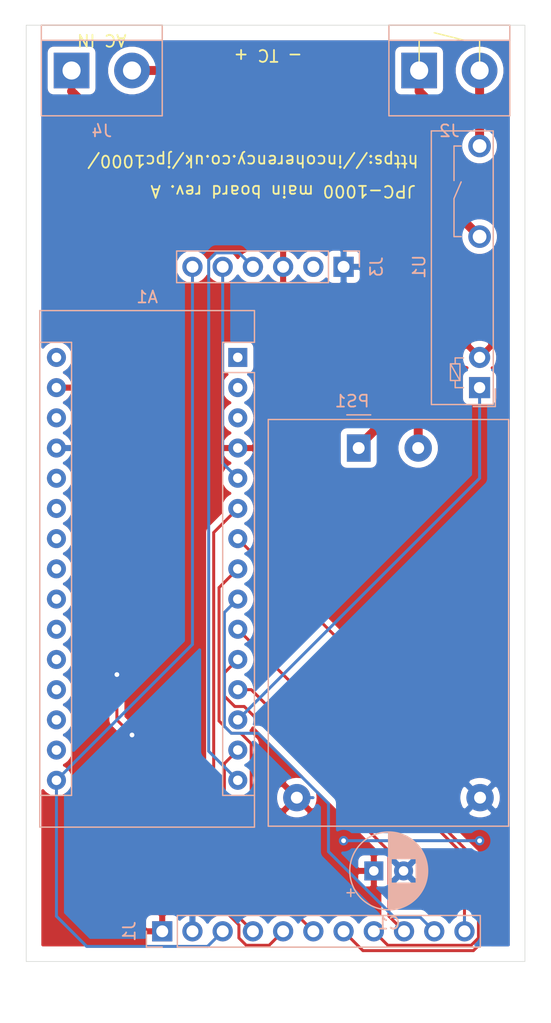
<source format=kicad_pcb>
(kicad_pcb (version 20171130) (host pcbnew 5.1.4-e60b266~84~ubuntu18.04.1)

  (general
    (thickness 1.6)
    (drawings 13)
    (tracks 96)
    (zones 0)
    (modules 8)
    (nets 35)
  )

  (page A4)
  (layers
    (0 F.Cu signal)
    (31 B.Cu signal)
    (32 B.Adhes user)
    (33 F.Adhes user)
    (34 B.Paste user)
    (35 F.Paste user)
    (36 B.SilkS user)
    (37 F.SilkS user)
    (38 B.Mask user)
    (39 F.Mask user)
    (40 Dwgs.User user)
    (41 Cmts.User user)
    (42 Eco1.User user)
    (43 Eco2.User user)
    (44 Edge.Cuts user)
    (45 Margin user)
    (46 B.CrtYd user)
    (47 F.CrtYd user)
    (48 B.Fab user)
    (49 F.Fab user)
  )

  (setup
    (last_trace_width 0.25)
    (trace_clearance 0.2)
    (zone_clearance 0.508)
    (zone_45_only no)
    (trace_min 0.2)
    (via_size 0.8)
    (via_drill 0.4)
    (via_min_size 0.4)
    (via_min_drill 0.3)
    (uvia_size 0.3)
    (uvia_drill 0.1)
    (uvias_allowed no)
    (uvia_min_size 0.2)
    (uvia_min_drill 0.1)
    (edge_width 0.05)
    (segment_width 0.2)
    (pcb_text_width 0.3)
    (pcb_text_size 1.5 1.5)
    (mod_edge_width 0.12)
    (mod_text_size 1 1)
    (mod_text_width 0.15)
    (pad_size 1.9 1.9)
    (pad_drill 1.15)
    (pad_to_mask_clearance 0.051)
    (solder_mask_min_width 0.25)
    (aux_axis_origin 0 0)
    (visible_elements FFFFFF7F)
    (pcbplotparams
      (layerselection 0x010fc_ffffffff)
      (usegerberextensions false)
      (usegerberattributes false)
      (usegerberadvancedattributes false)
      (creategerberjobfile false)
      (excludeedgelayer true)
      (linewidth 0.100000)
      (plotframeref false)
      (viasonmask false)
      (mode 1)
      (useauxorigin false)
      (hpglpennumber 1)
      (hpglpenspeed 20)
      (hpglpendiameter 15.000000)
      (psnegative false)
      (psa4output false)
      (plotreference true)
      (plotvalue true)
      (plotinvisibletext false)
      (padsonsilk false)
      (subtractmaskfromsilk false)
      (outputformat 1)
      (mirror false)
      (drillshape 1)
      (scaleselection 1)
      (outputdirectory ""))
  )

  (net 0 "")
  (net 1 "Net-(A1-Pad1)")
  (net 2 "Net-(A1-Pad17)")
  (net 3 "Net-(A1-Pad2)")
  (net 4 "Net-(A1-Pad18)")
  (net 5 "Net-(A1-Pad3)")
  (net 6 "Net-(A1-Pad19)")
  (net 7 "Net-(A1-Pad29)")
  (net 8 "Net-(A1-Pad20)")
  (net 9 "Net-(A1-Pad5)")
  (net 10 "Net-(A1-Pad21)")
  (net 11 "Net-(A1-Pad6)")
  (net 12 "Net-(A1-Pad22)")
  (net 13 "Net-(A1-Pad7)")
  (net 14 "Net-(A1-Pad23)")
  (net 15 "Net-(A1-Pad8)")
  (net 16 "Net-(A1-Pad24)")
  (net 17 "Net-(A1-Pad9)")
  (net 18 "Net-(A1-Pad25)")
  (net 19 "Net-(A1-Pad10)")
  (net 20 "Net-(A1-Pad26)")
  (net 21 "Net-(A1-Pad11)")
  (net 22 "Net-(A1-Pad27)")
  (net 23 "Net-(A1-Pad12)")
  (net 24 "Net-(A1-Pad28)")
  (net 25 "Net-(A1-Pad13)")
  (net 26 "Net-(A1-Pad14)")
  (net 27 "Net-(A1-Pad30)")
  (net 28 "Net-(A1-Pad15)")
  (net 29 "Net-(A1-Pad16)")
  (net 30 "Net-(J4-Pad2)")
  (net 31 "Net-(J4-Pad1)")
  (net 32 "Net-(J3-Pad2)")
  (net 33 "Net-(J2-Pad1)")
  (net 34 "Net-(J2-Pad2)")

  (net_class Default "This is the default net class."
    (clearance 0.2)
    (trace_width 0.25)
    (via_dia 0.8)
    (via_drill 0.4)
    (uvia_dia 0.3)
    (uvia_drill 0.1)
    (add_net "Net-(A1-Pad1)")
    (add_net "Net-(A1-Pad10)")
    (add_net "Net-(A1-Pad11)")
    (add_net "Net-(A1-Pad12)")
    (add_net "Net-(A1-Pad13)")
    (add_net "Net-(A1-Pad14)")
    (add_net "Net-(A1-Pad15)")
    (add_net "Net-(A1-Pad16)")
    (add_net "Net-(A1-Pad17)")
    (add_net "Net-(A1-Pad18)")
    (add_net "Net-(A1-Pad19)")
    (add_net "Net-(A1-Pad2)")
    (add_net "Net-(A1-Pad20)")
    (add_net "Net-(A1-Pad21)")
    (add_net "Net-(A1-Pad22)")
    (add_net "Net-(A1-Pad23)")
    (add_net "Net-(A1-Pad24)")
    (add_net "Net-(A1-Pad25)")
    (add_net "Net-(A1-Pad26)")
    (add_net "Net-(A1-Pad27)")
    (add_net "Net-(A1-Pad28)")
    (add_net "Net-(A1-Pad29)")
    (add_net "Net-(A1-Pad3)")
    (add_net "Net-(A1-Pad30)")
    (add_net "Net-(A1-Pad5)")
    (add_net "Net-(A1-Pad6)")
    (add_net "Net-(A1-Pad7)")
    (add_net "Net-(A1-Pad8)")
    (add_net "Net-(A1-Pad9)")
    (add_net "Net-(J2-Pad1)")
    (add_net "Net-(J2-Pad2)")
    (add_net "Net-(J3-Pad2)")
    (add_net "Net-(J4-Pad1)")
    (add_net "Net-(J4-Pad2)")
  )

  (module Module:Arduino_Nano (layer B.Cu) (tedit 58ACAF70) (tstamp 5D5B47F0)
    (at 128.27 55.88 180)
    (descr "Arduino Nano, http://www.mouser.com/pdfdocs/Gravitech_Arduino_Nano3_0.pdf")
    (tags "Arduino Nano")
    (path /5D5D5E79)
    (fp_text reference A1 (at 7.62 5.08) (layer B.SilkS)
      (effects (font (size 1 1) (thickness 0.15)) (justify mirror))
    )
    (fp_text value Arduino_Nano_v2.x (at 8.89 -19.05 270) (layer B.Fab)
      (effects (font (size 1 1) (thickness 0.15)) (justify mirror))
    )
    (fp_text user %R (at 6.35 -19.05 270) (layer B.Fab)
      (effects (font (size 1 1) (thickness 0.15)) (justify mirror))
    )
    (fp_line (start 1.27 -1.27) (end 1.27 1.27) (layer B.SilkS) (width 0.12))
    (fp_line (start 1.27 1.27) (end -1.4 1.27) (layer B.SilkS) (width 0.12))
    (fp_line (start -1.4 -1.27) (end -1.4 -39.5) (layer B.SilkS) (width 0.12))
    (fp_line (start -1.4 3.94) (end -1.4 1.27) (layer B.SilkS) (width 0.12))
    (fp_line (start 13.97 1.27) (end 16.64 1.27) (layer B.SilkS) (width 0.12))
    (fp_line (start 13.97 1.27) (end 13.97 -36.83) (layer B.SilkS) (width 0.12))
    (fp_line (start 13.97 -36.83) (end 16.64 -36.83) (layer B.SilkS) (width 0.12))
    (fp_line (start 1.27 -1.27) (end -1.4 -1.27) (layer B.SilkS) (width 0.12))
    (fp_line (start 1.27 -1.27) (end 1.27 -36.83) (layer B.SilkS) (width 0.12))
    (fp_line (start 1.27 -36.83) (end -1.4 -36.83) (layer B.SilkS) (width 0.12))
    (fp_line (start 3.81 -31.75) (end 11.43 -31.75) (layer B.Fab) (width 0.1))
    (fp_line (start 11.43 -31.75) (end 11.43 -41.91) (layer B.Fab) (width 0.1))
    (fp_line (start 11.43 -41.91) (end 3.81 -41.91) (layer B.Fab) (width 0.1))
    (fp_line (start 3.81 -41.91) (end 3.81 -31.75) (layer B.Fab) (width 0.1))
    (fp_line (start -1.4 -39.5) (end 16.64 -39.5) (layer B.SilkS) (width 0.12))
    (fp_line (start 16.64 -39.5) (end 16.64 3.94) (layer B.SilkS) (width 0.12))
    (fp_line (start 16.64 3.94) (end -1.4 3.94) (layer B.SilkS) (width 0.12))
    (fp_line (start 16.51 -39.37) (end -1.27 -39.37) (layer B.Fab) (width 0.1))
    (fp_line (start -1.27 -39.37) (end -1.27 2.54) (layer B.Fab) (width 0.1))
    (fp_line (start -1.27 2.54) (end 0 3.81) (layer B.Fab) (width 0.1))
    (fp_line (start 0 3.81) (end 16.51 3.81) (layer B.Fab) (width 0.1))
    (fp_line (start 16.51 3.81) (end 16.51 -39.37) (layer B.Fab) (width 0.1))
    (fp_line (start -1.53 4.06) (end 16.75 4.06) (layer B.CrtYd) (width 0.05))
    (fp_line (start -1.53 4.06) (end -1.53 -42.16) (layer B.CrtYd) (width 0.05))
    (fp_line (start 16.75 -42.16) (end 16.75 4.06) (layer B.CrtYd) (width 0.05))
    (fp_line (start 16.75 -42.16) (end -1.53 -42.16) (layer B.CrtYd) (width 0.05))
    (pad 1 thru_hole rect (at 0 0 180) (size 1.6 1.6) (drill 0.8) (layers *.Cu *.Mask)
      (net 1 "Net-(A1-Pad1)"))
    (pad 17 thru_hole oval (at 15.24 -33.02 180) (size 1.6 1.6) (drill 0.8) (layers *.Cu *.Mask)
      (net 2 "Net-(A1-Pad17)"))
    (pad 2 thru_hole oval (at 0 -2.54 180) (size 1.6 1.6) (drill 0.8) (layers *.Cu *.Mask)
      (net 3 "Net-(A1-Pad2)"))
    (pad 18 thru_hole oval (at 15.24 -30.48 180) (size 1.6 1.6) (drill 0.8) (layers *.Cu *.Mask)
      (net 4 "Net-(A1-Pad18)"))
    (pad 3 thru_hole oval (at 0 -5.08 180) (size 1.6 1.6) (drill 0.8) (layers *.Cu *.Mask)
      (net 5 "Net-(A1-Pad3)"))
    (pad 19 thru_hole oval (at 15.24 -27.94 180) (size 1.6 1.6) (drill 0.8) (layers *.Cu *.Mask)
      (net 6 "Net-(A1-Pad19)"))
    (pad 4 thru_hole oval (at 0 -7.62 180) (size 1.6 1.6) (drill 0.8) (layers *.Cu *.Mask)
      (net 7 "Net-(A1-Pad29)"))
    (pad 20 thru_hole oval (at 15.24 -25.4 180) (size 1.6 1.6) (drill 0.8) (layers *.Cu *.Mask)
      (net 8 "Net-(A1-Pad20)"))
    (pad 5 thru_hole oval (at 0 -10.16 180) (size 1.6 1.6) (drill 0.8) (layers *.Cu *.Mask)
      (net 9 "Net-(A1-Pad5)"))
    (pad 21 thru_hole oval (at 15.24 -22.86 180) (size 1.6 1.6) (drill 0.8) (layers *.Cu *.Mask)
      (net 10 "Net-(A1-Pad21)"))
    (pad 6 thru_hole oval (at 0 -12.7 180) (size 1.6 1.6) (drill 0.8) (layers *.Cu *.Mask)
      (net 11 "Net-(A1-Pad6)"))
    (pad 22 thru_hole oval (at 15.24 -20.32 180) (size 1.6 1.6) (drill 0.8) (layers *.Cu *.Mask)
      (net 12 "Net-(A1-Pad22)"))
    (pad 7 thru_hole oval (at 0 -15.24 180) (size 1.6 1.6) (drill 0.8) (layers *.Cu *.Mask)
      (net 13 "Net-(A1-Pad7)"))
    (pad 23 thru_hole oval (at 15.24 -17.78 180) (size 1.6 1.6) (drill 0.8) (layers *.Cu *.Mask)
      (net 14 "Net-(A1-Pad23)"))
    (pad 8 thru_hole oval (at 0 -17.78 180) (size 1.6 1.6) (drill 0.8) (layers *.Cu *.Mask)
      (net 15 "Net-(A1-Pad8)"))
    (pad 24 thru_hole oval (at 15.24 -15.24 180) (size 1.6 1.6) (drill 0.8) (layers *.Cu *.Mask)
      (net 16 "Net-(A1-Pad24)"))
    (pad 9 thru_hole oval (at 0 -20.32 180) (size 1.6 1.6) (drill 0.8) (layers *.Cu *.Mask)
      (net 17 "Net-(A1-Pad9)"))
    (pad 25 thru_hole oval (at 15.24 -12.7 180) (size 1.6 1.6) (drill 0.8) (layers *.Cu *.Mask)
      (net 18 "Net-(A1-Pad25)"))
    (pad 10 thru_hole oval (at 0 -22.86 180) (size 1.6 1.6) (drill 0.8) (layers *.Cu *.Mask)
      (net 19 "Net-(A1-Pad10)"))
    (pad 26 thru_hole oval (at 15.24 -10.16 180) (size 1.6 1.6) (drill 0.8) (layers *.Cu *.Mask)
      (net 20 "Net-(A1-Pad26)"))
    (pad 11 thru_hole oval (at 0 -25.4 180) (size 1.6 1.6) (drill 0.8) (layers *.Cu *.Mask)
      (net 21 "Net-(A1-Pad11)"))
    (pad 27 thru_hole oval (at 15.24 -7.62 180) (size 1.6 1.6) (drill 0.8) (layers *.Cu *.Mask)
      (net 22 "Net-(A1-Pad27)"))
    (pad 12 thru_hole oval (at 0 -27.94 180) (size 1.6 1.6) (drill 0.8) (layers *.Cu *.Mask)
      (net 23 "Net-(A1-Pad12)"))
    (pad 28 thru_hole oval (at 15.24 -5.08 180) (size 1.6 1.6) (drill 0.8) (layers *.Cu *.Mask)
      (net 24 "Net-(A1-Pad28)"))
    (pad 13 thru_hole oval (at 0 -30.48 180) (size 1.6 1.6) (drill 0.8) (layers *.Cu *.Mask)
      (net 25 "Net-(A1-Pad13)"))
    (pad 29 thru_hole oval (at 15.24 -2.54 180) (size 1.6 1.6) (drill 0.8) (layers *.Cu *.Mask)
      (net 7 "Net-(A1-Pad29)"))
    (pad 14 thru_hole oval (at 0 -33.02 180) (size 1.6 1.6) (drill 0.8) (layers *.Cu *.Mask)
      (net 26 "Net-(A1-Pad14)"))
    (pad 30 thru_hole oval (at 15.24 0 180) (size 1.6 1.6) (drill 0.8) (layers *.Cu *.Mask)
      (net 27 "Net-(A1-Pad30)"))
    (pad 15 thru_hole oval (at 0 -35.56 180) (size 1.6 1.6) (drill 0.8) (layers *.Cu *.Mask)
      (net 28 "Net-(A1-Pad15)"))
    (pad 16 thru_hole oval (at 15.24 -35.56 180) (size 1.6 1.6) (drill 0.8) (layers *.Cu *.Mask)
      (net 29 "Net-(A1-Pad16)"))
    (model ${KISYS3DMOD}/Module.3dshapes/Arduino_Nano_WithMountingHoles.wrl
      (at (xyz 0 0 0))
      (scale (xyz 1 1 1))
      (rotate (xyz 0 0 0))
    )
  )

  (module Converter_ACDC:Converter_ACDC_HiLink_HLK-PMxx (layer B.Cu) (tedit 5C1AC1CD) (tstamp 5D5B4809)
    (at 138.43 63.5 270)
    (descr "ACDC-Converter, 3W, HiLink, HLK-PMxx, THT, http://www.hlktech.net/product_detail.php?ProId=54")
    (tags "ACDC-Converter 3W THT HiLink board mount module")
    (path /5D5E9CE9)
    (fp_text reference PS1 (at -3.94 0.55) (layer B.SilkS)
      (effects (font (size 1 1) (thickness 0.15)) (justify mirror))
    )
    (fp_text value HLK-PM01 (at 15.79 -13.85 270) (layer B.Fab)
      (effects (font (size 1 1) (thickness 0.15)) (justify mirror))
    )
    (fp_line (start -2.3 -12.5) (end 31.7 -12.5) (layer B.Fab) (width 0.1))
    (fp_line (start 31.7 -12.5) (end 31.7 7.5) (layer B.Fab) (width 0.1))
    (fp_line (start -2.3 -12.5) (end -2.3 -0.99) (layer B.Fab) (width 0.1))
    (fp_line (start -2.3 7.5) (end 31.7 7.5) (layer B.Fab) (width 0.1))
    (fp_text user %R (at 14.68 -1.17 270) (layer B.Fab)
      (effects (font (size 1 1) (thickness 0.15)) (justify mirror))
    )
    (fp_line (start -1.29 0) (end -2.29 -1) (layer B.Fab) (width 0.1))
    (fp_line (start -2.29 1) (end -1.29 0) (layer B.Fab) (width 0.1))
    (fp_line (start -2.3 1) (end -2.3 7.5) (layer B.Fab) (width 0.1))
    (fp_line (start -2.55 -12.75) (end 31.95 -12.75) (layer B.CrtYd) (width 0.05))
    (fp_line (start 31.95 -12.75) (end 31.95 7.75) (layer B.CrtYd) (width 0.05))
    (fp_line (start 31.95 7.75) (end -2.55 7.75) (layer B.CrtYd) (width 0.05))
    (fp_line (start -2.55 7.75) (end -2.55 -12.75) (layer B.CrtYd) (width 0.05))
    (fp_line (start -2.4 7.6) (end -2.4 -12.6) (layer B.SilkS) (width 0.12))
    (fp_line (start -2.4 -12.6) (end 31.8 -12.6) (layer B.SilkS) (width 0.12))
    (fp_line (start 31.8 -12.6) (end 31.8 7.6) (layer B.SilkS) (width 0.12))
    (fp_line (start 31.8 7.6) (end -2.4 7.6) (layer B.SilkS) (width 0.12))
    (fp_line (start -2.79 1) (end -2.79 -1.01) (layer B.SilkS) (width 0.12))
    (pad 3 thru_hole circle (at 29.4 5.2 270) (size 2.3 2.3) (drill 1) (layers *.Cu *.Mask)
      (net 7 "Net-(A1-Pad29)"))
    (pad 1 thru_hole rect (at 0 0 270) (size 2.3 2) (drill 1) (layers *.Cu *.Mask)
      (net 31 "Net-(J4-Pad1)"))
    (pad 2 thru_hole circle (at 0 -5 270) (size 2.3 2.3) (drill 1) (layers *.Cu *.Mask)
      (net 30 "Net-(J4-Pad2)"))
    (pad 4 thru_hole circle (at 29.4 -10.2 270) (size 2.3 2.3) (drill 1) (layers *.Cu *.Mask)
      (net 22 "Net-(A1-Pad27)"))
    (model ${KISYS3DMOD}/Converter_ACDC.3dshapes/Converter_ACDC_HiLink_HLK-PMxx.wrl
      (at (xyz 0 0 0))
      (scale (xyz 1 1 1))
      (rotate (xyz 0 0 0))
    )
  )

  (module Connector_PinSocket_2.54mm:PinSocket_1x06_P2.54mm_Vertical (layer B.Cu) (tedit 5A19A430) (tstamp 5D5B4A17)
    (at 137.16 48.26 90)
    (descr "Through hole straight socket strip, 1x06, 2.54mm pitch, single row (from Kicad 4.0.7), script generated")
    (tags "Through hole socket strip THT 1x06 2.54mm single row")
    (path /5D5F3BFD)
    (fp_text reference J3 (at 0 2.77 270) (layer B.SilkS)
      (effects (font (size 1 1) (thickness 0.15)) (justify mirror))
    )
    (fp_text value Conn_01x06_Female (at 0 -15.47 270) (layer B.Fab)
      (effects (font (size 1 1) (thickness 0.15)) (justify mirror))
    )
    (fp_line (start -1.27 1.27) (end 0.635 1.27) (layer B.Fab) (width 0.1))
    (fp_line (start 0.635 1.27) (end 1.27 0.635) (layer B.Fab) (width 0.1))
    (fp_line (start 1.27 0.635) (end 1.27 -13.97) (layer B.Fab) (width 0.1))
    (fp_line (start 1.27 -13.97) (end -1.27 -13.97) (layer B.Fab) (width 0.1))
    (fp_line (start -1.27 -13.97) (end -1.27 1.27) (layer B.Fab) (width 0.1))
    (fp_line (start -1.33 -1.27) (end 1.33 -1.27) (layer B.SilkS) (width 0.12))
    (fp_line (start -1.33 -1.27) (end -1.33 -14.03) (layer B.SilkS) (width 0.12))
    (fp_line (start -1.33 -14.03) (end 1.33 -14.03) (layer B.SilkS) (width 0.12))
    (fp_line (start 1.33 -1.27) (end 1.33 -14.03) (layer B.SilkS) (width 0.12))
    (fp_line (start 1.33 1.33) (end 1.33 0) (layer B.SilkS) (width 0.12))
    (fp_line (start 0 1.33) (end 1.33 1.33) (layer B.SilkS) (width 0.12))
    (fp_line (start -1.8 1.8) (end 1.75 1.8) (layer B.CrtYd) (width 0.05))
    (fp_line (start 1.75 1.8) (end 1.75 -14.45) (layer B.CrtYd) (width 0.05))
    (fp_line (start 1.75 -14.45) (end -1.8 -14.45) (layer B.CrtYd) (width 0.05))
    (fp_line (start -1.8 -14.45) (end -1.8 1.8) (layer B.CrtYd) (width 0.05))
    (fp_text user %R (at 0 -6.35 90) (layer F.Fab)
      (effects (font (size 1 1) (thickness 0.15)))
    )
    (pad 1 thru_hole rect (at 0 0 90) (size 1.7 1.7) (drill 1) (layers *.Cu *.Mask)
      (net 22 "Net-(A1-Pad27)"))
    (pad 2 thru_hole oval (at 0 -2.54 90) (size 1.7 1.7) (drill 1) (layers *.Cu *.Mask)
      (net 32 "Net-(J3-Pad2)"))
    (pad 3 thru_hole oval (at 0 -5.08 90) (size 1.7 1.7) (drill 1) (layers *.Cu *.Mask)
      (net 7 "Net-(A1-Pad29)"))
    (pad 4 thru_hole oval (at 0 -7.62 90) (size 1.7 1.7) (drill 1) (layers *.Cu *.Mask)
      (net 28 "Net-(A1-Pad15)"))
    (pad 5 thru_hole oval (at 0 -10.16 90) (size 1.7 1.7) (drill 1) (layers *.Cu *.Mask)
      (net 9 "Net-(A1-Pad5)"))
    (pad 6 thru_hole oval (at 0 -12.7 90) (size 1.7 1.7) (drill 1) (layers *.Cu *.Mask)
      (net 29 "Net-(A1-Pad16)"))
    (model ${KISYS3DMOD}/Connector_PinSocket_2.54mm.3dshapes/PinSocket_1x06_P2.54mm_Vertical.wrl
      (at (xyz 0 0 0))
      (scale (xyz 1 1 1))
      (rotate (xyz 0 0 0))
    )
  )

  (module Capacitor_THT:CP_Radial_D6.3mm_P2.50mm (layer B.Cu) (tedit 5AE50EF0) (tstamp 5D5B458B)
    (at 139.7 99.06)
    (descr "CP, Radial series, Radial, pin pitch=2.50mm, , diameter=6.3mm, Electrolytic Capacitor")
    (tags "CP Radial series Radial pin pitch 2.50mm  diameter 6.3mm Electrolytic Capacitor")
    (path /5D616E1F)
    (fp_text reference C1 (at 1.25 4.4) (layer B.SilkS)
      (effects (font (size 1 1) (thickness 0.15)) (justify mirror))
    )
    (fp_text value CP (at 1.25 -4.4) (layer B.Fab)
      (effects (font (size 1 1) (thickness 0.15)) (justify mirror))
    )
    (fp_circle (center 1.25 0) (end 4.4 0) (layer B.Fab) (width 0.1))
    (fp_circle (center 1.25 0) (end 4.52 0) (layer B.SilkS) (width 0.12))
    (fp_circle (center 1.25 0) (end 4.65 0) (layer B.CrtYd) (width 0.05))
    (fp_line (start -1.443972 1.3735) (end -0.813972 1.3735) (layer B.Fab) (width 0.1))
    (fp_line (start -1.128972 1.6885) (end -1.128972 1.0585) (layer B.Fab) (width 0.1))
    (fp_line (start 1.25 3.23) (end 1.25 -3.23) (layer B.SilkS) (width 0.12))
    (fp_line (start 1.29 3.23) (end 1.29 -3.23) (layer B.SilkS) (width 0.12))
    (fp_line (start 1.33 3.23) (end 1.33 -3.23) (layer B.SilkS) (width 0.12))
    (fp_line (start 1.37 3.228) (end 1.37 -3.228) (layer B.SilkS) (width 0.12))
    (fp_line (start 1.41 3.227) (end 1.41 -3.227) (layer B.SilkS) (width 0.12))
    (fp_line (start 1.45 3.224) (end 1.45 -3.224) (layer B.SilkS) (width 0.12))
    (fp_line (start 1.49 3.222) (end 1.49 1.04) (layer B.SilkS) (width 0.12))
    (fp_line (start 1.49 -1.04) (end 1.49 -3.222) (layer B.SilkS) (width 0.12))
    (fp_line (start 1.53 3.218) (end 1.53 1.04) (layer B.SilkS) (width 0.12))
    (fp_line (start 1.53 -1.04) (end 1.53 -3.218) (layer B.SilkS) (width 0.12))
    (fp_line (start 1.57 3.215) (end 1.57 1.04) (layer B.SilkS) (width 0.12))
    (fp_line (start 1.57 -1.04) (end 1.57 -3.215) (layer B.SilkS) (width 0.12))
    (fp_line (start 1.61 3.211) (end 1.61 1.04) (layer B.SilkS) (width 0.12))
    (fp_line (start 1.61 -1.04) (end 1.61 -3.211) (layer B.SilkS) (width 0.12))
    (fp_line (start 1.65 3.206) (end 1.65 1.04) (layer B.SilkS) (width 0.12))
    (fp_line (start 1.65 -1.04) (end 1.65 -3.206) (layer B.SilkS) (width 0.12))
    (fp_line (start 1.69 3.201) (end 1.69 1.04) (layer B.SilkS) (width 0.12))
    (fp_line (start 1.69 -1.04) (end 1.69 -3.201) (layer B.SilkS) (width 0.12))
    (fp_line (start 1.73 3.195) (end 1.73 1.04) (layer B.SilkS) (width 0.12))
    (fp_line (start 1.73 -1.04) (end 1.73 -3.195) (layer B.SilkS) (width 0.12))
    (fp_line (start 1.77 3.189) (end 1.77 1.04) (layer B.SilkS) (width 0.12))
    (fp_line (start 1.77 -1.04) (end 1.77 -3.189) (layer B.SilkS) (width 0.12))
    (fp_line (start 1.81 3.182) (end 1.81 1.04) (layer B.SilkS) (width 0.12))
    (fp_line (start 1.81 -1.04) (end 1.81 -3.182) (layer B.SilkS) (width 0.12))
    (fp_line (start 1.85 3.175) (end 1.85 1.04) (layer B.SilkS) (width 0.12))
    (fp_line (start 1.85 -1.04) (end 1.85 -3.175) (layer B.SilkS) (width 0.12))
    (fp_line (start 1.89 3.167) (end 1.89 1.04) (layer B.SilkS) (width 0.12))
    (fp_line (start 1.89 -1.04) (end 1.89 -3.167) (layer B.SilkS) (width 0.12))
    (fp_line (start 1.93 3.159) (end 1.93 1.04) (layer B.SilkS) (width 0.12))
    (fp_line (start 1.93 -1.04) (end 1.93 -3.159) (layer B.SilkS) (width 0.12))
    (fp_line (start 1.971 3.15) (end 1.971 1.04) (layer B.SilkS) (width 0.12))
    (fp_line (start 1.971 -1.04) (end 1.971 -3.15) (layer B.SilkS) (width 0.12))
    (fp_line (start 2.011 3.141) (end 2.011 1.04) (layer B.SilkS) (width 0.12))
    (fp_line (start 2.011 -1.04) (end 2.011 -3.141) (layer B.SilkS) (width 0.12))
    (fp_line (start 2.051 3.131) (end 2.051 1.04) (layer B.SilkS) (width 0.12))
    (fp_line (start 2.051 -1.04) (end 2.051 -3.131) (layer B.SilkS) (width 0.12))
    (fp_line (start 2.091 3.121) (end 2.091 1.04) (layer B.SilkS) (width 0.12))
    (fp_line (start 2.091 -1.04) (end 2.091 -3.121) (layer B.SilkS) (width 0.12))
    (fp_line (start 2.131 3.11) (end 2.131 1.04) (layer B.SilkS) (width 0.12))
    (fp_line (start 2.131 -1.04) (end 2.131 -3.11) (layer B.SilkS) (width 0.12))
    (fp_line (start 2.171 3.098) (end 2.171 1.04) (layer B.SilkS) (width 0.12))
    (fp_line (start 2.171 -1.04) (end 2.171 -3.098) (layer B.SilkS) (width 0.12))
    (fp_line (start 2.211 3.086) (end 2.211 1.04) (layer B.SilkS) (width 0.12))
    (fp_line (start 2.211 -1.04) (end 2.211 -3.086) (layer B.SilkS) (width 0.12))
    (fp_line (start 2.251 3.074) (end 2.251 1.04) (layer B.SilkS) (width 0.12))
    (fp_line (start 2.251 -1.04) (end 2.251 -3.074) (layer B.SilkS) (width 0.12))
    (fp_line (start 2.291 3.061) (end 2.291 1.04) (layer B.SilkS) (width 0.12))
    (fp_line (start 2.291 -1.04) (end 2.291 -3.061) (layer B.SilkS) (width 0.12))
    (fp_line (start 2.331 3.047) (end 2.331 1.04) (layer B.SilkS) (width 0.12))
    (fp_line (start 2.331 -1.04) (end 2.331 -3.047) (layer B.SilkS) (width 0.12))
    (fp_line (start 2.371 3.033) (end 2.371 1.04) (layer B.SilkS) (width 0.12))
    (fp_line (start 2.371 -1.04) (end 2.371 -3.033) (layer B.SilkS) (width 0.12))
    (fp_line (start 2.411 3.018) (end 2.411 1.04) (layer B.SilkS) (width 0.12))
    (fp_line (start 2.411 -1.04) (end 2.411 -3.018) (layer B.SilkS) (width 0.12))
    (fp_line (start 2.451 3.002) (end 2.451 1.04) (layer B.SilkS) (width 0.12))
    (fp_line (start 2.451 -1.04) (end 2.451 -3.002) (layer B.SilkS) (width 0.12))
    (fp_line (start 2.491 2.986) (end 2.491 1.04) (layer B.SilkS) (width 0.12))
    (fp_line (start 2.491 -1.04) (end 2.491 -2.986) (layer B.SilkS) (width 0.12))
    (fp_line (start 2.531 2.97) (end 2.531 1.04) (layer B.SilkS) (width 0.12))
    (fp_line (start 2.531 -1.04) (end 2.531 -2.97) (layer B.SilkS) (width 0.12))
    (fp_line (start 2.571 2.952) (end 2.571 1.04) (layer B.SilkS) (width 0.12))
    (fp_line (start 2.571 -1.04) (end 2.571 -2.952) (layer B.SilkS) (width 0.12))
    (fp_line (start 2.611 2.934) (end 2.611 1.04) (layer B.SilkS) (width 0.12))
    (fp_line (start 2.611 -1.04) (end 2.611 -2.934) (layer B.SilkS) (width 0.12))
    (fp_line (start 2.651 2.916) (end 2.651 1.04) (layer B.SilkS) (width 0.12))
    (fp_line (start 2.651 -1.04) (end 2.651 -2.916) (layer B.SilkS) (width 0.12))
    (fp_line (start 2.691 2.896) (end 2.691 1.04) (layer B.SilkS) (width 0.12))
    (fp_line (start 2.691 -1.04) (end 2.691 -2.896) (layer B.SilkS) (width 0.12))
    (fp_line (start 2.731 2.876) (end 2.731 1.04) (layer B.SilkS) (width 0.12))
    (fp_line (start 2.731 -1.04) (end 2.731 -2.876) (layer B.SilkS) (width 0.12))
    (fp_line (start 2.771 2.856) (end 2.771 1.04) (layer B.SilkS) (width 0.12))
    (fp_line (start 2.771 -1.04) (end 2.771 -2.856) (layer B.SilkS) (width 0.12))
    (fp_line (start 2.811 2.834) (end 2.811 1.04) (layer B.SilkS) (width 0.12))
    (fp_line (start 2.811 -1.04) (end 2.811 -2.834) (layer B.SilkS) (width 0.12))
    (fp_line (start 2.851 2.812) (end 2.851 1.04) (layer B.SilkS) (width 0.12))
    (fp_line (start 2.851 -1.04) (end 2.851 -2.812) (layer B.SilkS) (width 0.12))
    (fp_line (start 2.891 2.79) (end 2.891 1.04) (layer B.SilkS) (width 0.12))
    (fp_line (start 2.891 -1.04) (end 2.891 -2.79) (layer B.SilkS) (width 0.12))
    (fp_line (start 2.931 2.766) (end 2.931 1.04) (layer B.SilkS) (width 0.12))
    (fp_line (start 2.931 -1.04) (end 2.931 -2.766) (layer B.SilkS) (width 0.12))
    (fp_line (start 2.971 2.742) (end 2.971 1.04) (layer B.SilkS) (width 0.12))
    (fp_line (start 2.971 -1.04) (end 2.971 -2.742) (layer B.SilkS) (width 0.12))
    (fp_line (start 3.011 2.716) (end 3.011 1.04) (layer B.SilkS) (width 0.12))
    (fp_line (start 3.011 -1.04) (end 3.011 -2.716) (layer B.SilkS) (width 0.12))
    (fp_line (start 3.051 2.69) (end 3.051 1.04) (layer B.SilkS) (width 0.12))
    (fp_line (start 3.051 -1.04) (end 3.051 -2.69) (layer B.SilkS) (width 0.12))
    (fp_line (start 3.091 2.664) (end 3.091 1.04) (layer B.SilkS) (width 0.12))
    (fp_line (start 3.091 -1.04) (end 3.091 -2.664) (layer B.SilkS) (width 0.12))
    (fp_line (start 3.131 2.636) (end 3.131 1.04) (layer B.SilkS) (width 0.12))
    (fp_line (start 3.131 -1.04) (end 3.131 -2.636) (layer B.SilkS) (width 0.12))
    (fp_line (start 3.171 2.607) (end 3.171 1.04) (layer B.SilkS) (width 0.12))
    (fp_line (start 3.171 -1.04) (end 3.171 -2.607) (layer B.SilkS) (width 0.12))
    (fp_line (start 3.211 2.578) (end 3.211 1.04) (layer B.SilkS) (width 0.12))
    (fp_line (start 3.211 -1.04) (end 3.211 -2.578) (layer B.SilkS) (width 0.12))
    (fp_line (start 3.251 2.548) (end 3.251 1.04) (layer B.SilkS) (width 0.12))
    (fp_line (start 3.251 -1.04) (end 3.251 -2.548) (layer B.SilkS) (width 0.12))
    (fp_line (start 3.291 2.516) (end 3.291 1.04) (layer B.SilkS) (width 0.12))
    (fp_line (start 3.291 -1.04) (end 3.291 -2.516) (layer B.SilkS) (width 0.12))
    (fp_line (start 3.331 2.484) (end 3.331 1.04) (layer B.SilkS) (width 0.12))
    (fp_line (start 3.331 -1.04) (end 3.331 -2.484) (layer B.SilkS) (width 0.12))
    (fp_line (start 3.371 2.45) (end 3.371 1.04) (layer B.SilkS) (width 0.12))
    (fp_line (start 3.371 -1.04) (end 3.371 -2.45) (layer B.SilkS) (width 0.12))
    (fp_line (start 3.411 2.416) (end 3.411 1.04) (layer B.SilkS) (width 0.12))
    (fp_line (start 3.411 -1.04) (end 3.411 -2.416) (layer B.SilkS) (width 0.12))
    (fp_line (start 3.451 2.38) (end 3.451 1.04) (layer B.SilkS) (width 0.12))
    (fp_line (start 3.451 -1.04) (end 3.451 -2.38) (layer B.SilkS) (width 0.12))
    (fp_line (start 3.491 2.343) (end 3.491 1.04) (layer B.SilkS) (width 0.12))
    (fp_line (start 3.491 -1.04) (end 3.491 -2.343) (layer B.SilkS) (width 0.12))
    (fp_line (start 3.531 2.305) (end 3.531 1.04) (layer B.SilkS) (width 0.12))
    (fp_line (start 3.531 -1.04) (end 3.531 -2.305) (layer B.SilkS) (width 0.12))
    (fp_line (start 3.571 2.265) (end 3.571 -2.265) (layer B.SilkS) (width 0.12))
    (fp_line (start 3.611 2.224) (end 3.611 -2.224) (layer B.SilkS) (width 0.12))
    (fp_line (start 3.651 2.182) (end 3.651 -2.182) (layer B.SilkS) (width 0.12))
    (fp_line (start 3.691 2.137) (end 3.691 -2.137) (layer B.SilkS) (width 0.12))
    (fp_line (start 3.731 2.092) (end 3.731 -2.092) (layer B.SilkS) (width 0.12))
    (fp_line (start 3.771 2.044) (end 3.771 -2.044) (layer B.SilkS) (width 0.12))
    (fp_line (start 3.811 1.995) (end 3.811 -1.995) (layer B.SilkS) (width 0.12))
    (fp_line (start 3.851 1.944) (end 3.851 -1.944) (layer B.SilkS) (width 0.12))
    (fp_line (start 3.891 1.89) (end 3.891 -1.89) (layer B.SilkS) (width 0.12))
    (fp_line (start 3.931 1.834) (end 3.931 -1.834) (layer B.SilkS) (width 0.12))
    (fp_line (start 3.971 1.776) (end 3.971 -1.776) (layer B.SilkS) (width 0.12))
    (fp_line (start 4.011 1.714) (end 4.011 -1.714) (layer B.SilkS) (width 0.12))
    (fp_line (start 4.051 1.65) (end 4.051 -1.65) (layer B.SilkS) (width 0.12))
    (fp_line (start 4.091 1.581) (end 4.091 -1.581) (layer B.SilkS) (width 0.12))
    (fp_line (start 4.131 1.509) (end 4.131 -1.509) (layer B.SilkS) (width 0.12))
    (fp_line (start 4.171 1.432) (end 4.171 -1.432) (layer B.SilkS) (width 0.12))
    (fp_line (start 4.211 1.35) (end 4.211 -1.35) (layer B.SilkS) (width 0.12))
    (fp_line (start 4.251 1.262) (end 4.251 -1.262) (layer B.SilkS) (width 0.12))
    (fp_line (start 4.291 1.165) (end 4.291 -1.165) (layer B.SilkS) (width 0.12))
    (fp_line (start 4.331 1.059) (end 4.331 -1.059) (layer B.SilkS) (width 0.12))
    (fp_line (start 4.371 0.94) (end 4.371 -0.94) (layer B.SilkS) (width 0.12))
    (fp_line (start 4.411 0.802) (end 4.411 -0.802) (layer B.SilkS) (width 0.12))
    (fp_line (start 4.451 0.633) (end 4.451 -0.633) (layer B.SilkS) (width 0.12))
    (fp_line (start 4.491 0.402) (end 4.491 -0.402) (layer B.SilkS) (width 0.12))
    (fp_line (start -2.250241 1.839) (end -1.620241 1.839) (layer B.SilkS) (width 0.12))
    (fp_line (start -1.935241 2.154) (end -1.935241 1.524) (layer B.SilkS) (width 0.12))
    (fp_text user %R (at 1.25 0) (layer B.Fab)
      (effects (font (size 1 1) (thickness 0.15)) (justify mirror))
    )
    (pad 1 thru_hole rect (at 0 0) (size 1.6 1.6) (drill 0.8) (layers *.Cu *.Mask)
      (net 7 "Net-(A1-Pad29)"))
    (pad 2 thru_hole circle (at 2.5 0) (size 1.6 1.6) (drill 0.8) (layers *.Cu *.Mask)
      (net 22 "Net-(A1-Pad27)"))
    (model ${KISYS3DMOD}/Capacitor_THT.3dshapes/CP_Radial_D6.3mm_P2.50mm.wrl
      (at (xyz 0 0 0))
      (scale (xyz 1 1 1))
      (rotate (xyz 0 0 0))
    )
  )

  (module jes:Omron-G3MB-202P (layer B.Cu) (tedit 5D5AF2C0) (tstamp 5D5B40C1)
    (at 148.59 58.42 90)
    (descr https://www.te.com/commerce/DocumentDelivery/DDEController?Action=showdoc&DocId=Customer+Drawing%7F1461491%7FG2%7Fpdf%7FEnglish%7FENG_CD_1461491_G2.pdf%7F3-1461491-0)
    (tags "SPST relay slim")
    (path /5D5E4379)
    (fp_text reference U1 (at 10.16 -5.08 -90) (layer B.SilkS)
      (effects (font (size 1 1) (thickness 0.15)) (justify mirror))
    )
    (fp_text value 34.81-8240 (at 9.24 -5.79 90) (layer B.Fab)
      (effects (font (size 1 1) (thickness 0.15)) (justify mirror))
    )
    (fp_line (start -1.57 1.3) (end -1.57 -4.2) (layer B.CrtYd) (width 0.05))
    (fp_line (start -1.32 -3.95) (end -1.32 0.04) (layer B.Fab) (width 0.1))
    (fp_line (start 21.463 -3.937) (end -1.32 -3.95) (layer B.Fab) (width 0.1))
    (fp_line (start 21.463 1.016) (end 21.463 -3.984) (layer B.Fab) (width 0.1))
    (fp_line (start -0.32 1.05) (end 21.463 1.05) (layer B.Fab) (width 0.1))
    (fp_text user %R (at 8.75 -1.53 90) (layer B.Fab)
      (effects (font (size 1 1) (thickness 0.15)) (justify mirror))
    )
    (fp_line (start 21.59 1.143) (end -1.42 1.15) (layer B.SilkS) (width 0.12))
    (fp_line (start 21.59 -4.057) (end 21.59 1.143) (layer B.SilkS) (width 0.12))
    (fp_line (start -1.42 -4.05) (end 21.59 -4.057) (layer B.SilkS) (width 0.12))
    (fp_line (start -1.42 1.15) (end -1.42 -4.05) (layer B.SilkS) (width 0.12))
    (fp_line (start -1.57 -4.2) (end 21.717 -4.2) (layer B.CrtYd) (width 0.05))
    (fp_line (start 21.717 -4.191) (end 21.717 1.27) (layer B.CrtYd) (width 0.05))
    (fp_line (start 21.717 1.3) (end -1.57 1.3) (layer B.CrtYd) (width 0.05))
    (fp_line (start 0 -1.35) (end 0 -2.05) (layer B.SilkS) (width 0.12))
    (fp_line (start 0 -2.05) (end 0.6 -2.05) (layer B.SilkS) (width 0.12))
    (fp_line (start 0.6 -2.05) (end 0.6 -1.65) (layer B.SilkS) (width 0.12))
    (fp_line (start 0.6 -1.65) (end 2 -1.65) (layer B.SilkS) (width 0.12))
    (fp_line (start 2 -1.65) (end 2 -2.45) (layer B.SilkS) (width 0.12))
    (fp_line (start 2 -2.45) (end 0.6 -2.45) (layer B.SilkS) (width 0.12))
    (fp_line (start 0.6 -2.45) (end 0.6 -2.05) (layer B.SilkS) (width 0.12))
    (fp_line (start 2 -2.05) (end 2.5 -2.05) (layer B.SilkS) (width 0.12))
    (fp_line (start 2.5 -2.05) (end 2.5 -1.35) (layer B.SilkS) (width 0.12))
    (fp_line (start 0.6 -1.65) (end 2 -2.45) (layer B.SilkS) (width 0.12))
    (fp_text user 1 (at -0.4 -1.95 90) (layer B.Fab)
      (effects (font (size 1 1) (thickness 0.15)) (justify mirror))
    )
    (fp_line (start 20.32 -1.55) (end 20.32 -2.15) (layer B.SilkS) (width 0.12))
    (fp_line (start 20.32 -2.15) (end 17.42 -2.15) (layer B.SilkS) (width 0.12))
    (fp_line (start 17.3 -1.55) (end 15.9 -2.15) (layer B.SilkS) (width 0.12))
    (fp_line (start 15.9 -2.15) (end 12.7 -2.15) (layer B.SilkS) (width 0.12))
    (fp_line (start 12.7 -2.15) (end 12.7 -1.55) (layer B.SilkS) (width 0.12))
    (fp_line (start -1.59 -0.53) (end -1.59 1.32) (layer B.SilkS) (width 0.12))
    (fp_line (start -1.59 1.32) (end -0.1 1.32) (layer B.SilkS) (width 0.12))
    (fp_line (start -0.32 1.05) (end -1.32 0.04) (layer B.Fab) (width 0.1))
    (pad A2 thru_hole circle (at 2.54 0 90) (size 1.778 1.778) (drill 0.95) (layers *.Cu *.Mask)
      (net 7 "Net-(A1-Pad29)"))
    (pad A1 thru_hole rect (at 0 0 90) (size 1.778 1.778) (drill 0.95) (layers *.Cu *.Mask)
      (net 25 "Net-(A1-Pad13)"))
    (pad 11 thru_hole circle (at 12.7 0 90) (size 1.9 1.9) (drill 1.15) (layers *.Cu *.Mask)
      (net 33 "Net-(J2-Pad1)"))
    (pad 14 thru_hole circle (at 20.32 0 90) (size 1.9 1.9) (drill 1.15) (layers *.Cu *.Mask)
      (net 34 "Net-(J2-Pad2)"))
    (model ${KISYS3DMOD}/Relay_THT.3dshapes/Relay_SPST_TE_PCN-1xxD3MHZ.wrl
      (at (xyz 0 0 0))
      (scale (xyz 1 1 1))
      (rotate (xyz 0 0 0))
    )
  )

  (module TerminalBlock:TerminalBlock_bornier-2_P5.08mm (layer B.Cu) (tedit 59FF03AB) (tstamp 5D5B414C)
    (at 143.51 31.75)
    (descr "simple 2-pin terminal block, pitch 5.08mm, revamped version of bornier2")
    (tags "terminal block bornier2")
    (path /5D5E6E15)
    (fp_text reference J2 (at 2.54 5.08) (layer B.SilkS)
      (effects (font (size 1 1) (thickness 0.15)) (justify mirror))
    )
    (fp_text value Screw_Terminal_01x02 (at 2.54 -5.08) (layer B.Fab)
      (effects (font (size 1 1) (thickness 0.15)) (justify mirror))
    )
    (fp_text user %R (at 2.54 0) (layer F.Fab)
      (effects (font (size 1 1) (thickness 0.15)))
    )
    (fp_line (start -2.41 -2.55) (end 7.49 -2.55) (layer B.Fab) (width 0.1))
    (fp_line (start -2.46 3.75) (end -2.46 -3.75) (layer B.Fab) (width 0.1))
    (fp_line (start -2.46 -3.75) (end 7.54 -3.75) (layer B.Fab) (width 0.1))
    (fp_line (start 7.54 -3.75) (end 7.54 3.75) (layer B.Fab) (width 0.1))
    (fp_line (start 7.54 3.75) (end -2.46 3.75) (layer B.Fab) (width 0.1))
    (fp_line (start 7.62 -2.54) (end -2.54 -2.54) (layer B.SilkS) (width 0.12))
    (fp_line (start 7.62 -3.81) (end 7.62 3.81) (layer B.SilkS) (width 0.12))
    (fp_line (start 7.62 3.81) (end -2.54 3.81) (layer B.SilkS) (width 0.12))
    (fp_line (start -2.54 3.81) (end -2.54 -3.81) (layer B.SilkS) (width 0.12))
    (fp_line (start -2.54 -3.81) (end 7.62 -3.81) (layer B.SilkS) (width 0.12))
    (fp_line (start -2.71 4) (end 7.79 4) (layer B.CrtYd) (width 0.05))
    (fp_line (start -2.71 4) (end -2.71 -4) (layer B.CrtYd) (width 0.05))
    (fp_line (start 7.79 -4) (end 7.79 4) (layer B.CrtYd) (width 0.05))
    (fp_line (start 7.79 -4) (end -2.71 -4) (layer B.CrtYd) (width 0.05))
    (pad 1 thru_hole rect (at 0 0) (size 3 3) (drill 1.52) (layers *.Cu *.Mask)
      (net 33 "Net-(J2-Pad1)"))
    (pad 2 thru_hole circle (at 5.08 0) (size 3 3) (drill 1.52) (layers *.Cu *.Mask)
      (net 34 "Net-(J2-Pad2)"))
    (model ${KISYS3DMOD}/TerminalBlock.3dshapes/TerminalBlock_bornier-2_P5.08mm.wrl
      (offset (xyz 2.539999961853027 0 0))
      (scale (xyz 1 1 1))
      (rotate (xyz 0 0 0))
    )
  )

  (module TerminalBlock:TerminalBlock_bornier-2_P5.08mm (layer B.Cu) (tedit 59FF03AB) (tstamp 5D5B5221)
    (at 114.3 31.75)
    (descr "simple 2-pin terminal block, pitch 5.08mm, revamped version of bornier2")
    (tags "terminal block bornier2")
    (path /5D5EEE01)
    (fp_text reference J4 (at 2.54 5.08) (layer B.SilkS)
      (effects (font (size 1 1) (thickness 0.15)) (justify mirror))
    )
    (fp_text value Screw_Terminal_01x02 (at 2.54 -5.08) (layer B.Fab)
      (effects (font (size 1 1) (thickness 0.15)) (justify mirror))
    )
    (fp_line (start 7.79 -4) (end -2.71 -4) (layer B.CrtYd) (width 0.05))
    (fp_line (start 7.79 -4) (end 7.79 4) (layer B.CrtYd) (width 0.05))
    (fp_line (start -2.71 4) (end -2.71 -4) (layer B.CrtYd) (width 0.05))
    (fp_line (start -2.71 4) (end 7.79 4) (layer B.CrtYd) (width 0.05))
    (fp_line (start -2.54 -3.81) (end 7.62 -3.81) (layer B.SilkS) (width 0.12))
    (fp_line (start -2.54 3.81) (end -2.54 -3.81) (layer B.SilkS) (width 0.12))
    (fp_line (start 7.62 3.81) (end -2.54 3.81) (layer B.SilkS) (width 0.12))
    (fp_line (start 7.62 -3.81) (end 7.62 3.81) (layer B.SilkS) (width 0.12))
    (fp_line (start 7.62 -2.54) (end -2.54 -2.54) (layer B.SilkS) (width 0.12))
    (fp_line (start 7.54 3.75) (end -2.46 3.75) (layer B.Fab) (width 0.1))
    (fp_line (start 7.54 -3.75) (end 7.54 3.75) (layer B.Fab) (width 0.1))
    (fp_line (start -2.46 -3.75) (end 7.54 -3.75) (layer B.Fab) (width 0.1))
    (fp_line (start -2.46 3.75) (end -2.46 -3.75) (layer B.Fab) (width 0.1))
    (fp_line (start -2.41 -2.55) (end 7.49 -2.55) (layer B.Fab) (width 0.1))
    (fp_text user %R (at 2.54 0 -90) (layer F.Fab)
      (effects (font (size 1 1) (thickness 0.15)))
    )
    (pad 2 thru_hole circle (at 5.08 0) (size 3 3) (drill 1.52) (layers *.Cu *.Mask)
      (net 30 "Net-(J4-Pad2)"))
    (pad 1 thru_hole rect (at 0 0) (size 3 3) (drill 1.52) (layers *.Cu *.Mask)
      (net 31 "Net-(J4-Pad1)"))
    (model ${KISYS3DMOD}/TerminalBlock.3dshapes/TerminalBlock_bornier-2_P5.08mm.wrl
      (offset (xyz 2.539999961853027 0 0))
      (scale (xyz 1 1 1))
      (rotate (xyz 0 0 0))
    )
  )

  (module Connector_PinSocket_2.54mm:PinSocket_1x11_P2.54mm_Vertical (layer B.Cu) (tedit 5A19A42E) (tstamp 5D5B5172)
    (at 121.92 104.14 270)
    (descr "Through hole straight socket strip, 1x11, 2.54mm pitch, single row (from Kicad 4.0.7), script generated")
    (tags "Through hole socket strip THT 1x11 2.54mm single row")
    (path /5D5D4D6D)
    (fp_text reference J1 (at 0 2.77 270) (layer B.SilkS)
      (effects (font (size 1 1) (thickness 0.15)) (justify mirror))
    )
    (fp_text value Conn_01x11_Female (at 0 -28.17 270) (layer B.Fab)
      (effects (font (size 1 1) (thickness 0.15)) (justify mirror))
    )
    (fp_line (start -1.27 1.27) (end 0.635 1.27) (layer B.Fab) (width 0.1))
    (fp_line (start 0.635 1.27) (end 1.27 0.635) (layer B.Fab) (width 0.1))
    (fp_line (start 1.27 0.635) (end 1.27 -26.67) (layer B.Fab) (width 0.1))
    (fp_line (start 1.27 -26.67) (end -1.27 -26.67) (layer B.Fab) (width 0.1))
    (fp_line (start -1.27 -26.67) (end -1.27 1.27) (layer B.Fab) (width 0.1))
    (fp_line (start -1.33 -1.27) (end 1.33 -1.27) (layer B.SilkS) (width 0.12))
    (fp_line (start -1.33 -1.27) (end -1.33 -26.73) (layer B.SilkS) (width 0.12))
    (fp_line (start -1.33 -26.73) (end 1.33 -26.73) (layer B.SilkS) (width 0.12))
    (fp_line (start 1.33 -1.27) (end 1.33 -26.73) (layer B.SilkS) (width 0.12))
    (fp_line (start 1.33 1.33) (end 1.33 0) (layer B.SilkS) (width 0.12))
    (fp_line (start 0 1.33) (end 1.33 1.33) (layer B.SilkS) (width 0.12))
    (fp_line (start -1.8 1.8) (end 1.75 1.8) (layer B.CrtYd) (width 0.05))
    (fp_line (start 1.75 1.8) (end 1.75 -27.15) (layer B.CrtYd) (width 0.05))
    (fp_line (start 1.75 -27.15) (end -1.8 -27.15) (layer B.CrtYd) (width 0.05))
    (fp_line (start -1.8 -27.15) (end -1.8 1.8) (layer B.CrtYd) (width 0.05))
    (fp_text user %R (at 0 -12.7) (layer B.Fab)
      (effects (font (size 1 1) (thickness 0.15)) (justify mirror))
    )
    (pad 1 thru_hole rect (at 0 0 270) (size 1.7 1.7) (drill 1) (layers *.Cu *.Mask)
      (net 7 "Net-(A1-Pad29)"))
    (pad 2 thru_hole oval (at 0 -2.54 270) (size 1.7 1.7) (drill 1) (layers *.Cu *.Mask)
      (net 22 "Net-(A1-Pad27)"))
    (pad 3 thru_hole oval (at 0 -5.08 270) (size 1.7 1.7) (drill 1) (layers *.Cu *.Mask)
      (net 29 "Net-(A1-Pad16)"))
    (pad 4 thru_hole oval (at 0 -7.62 270) (size 1.7 1.7) (drill 1) (layers *.Cu *.Mask)
      (net 26 "Net-(A1-Pad14)"))
    (pad 5 thru_hole oval (at 0 -10.16 270) (size 1.7 1.7) (drill 1) (layers *.Cu *.Mask)
      (net 11 "Net-(A1-Pad6)"))
    (pad 6 thru_hole oval (at 0 -12.7 270) (size 1.7 1.7) (drill 1) (layers *.Cu *.Mask)
      (net 15 "Net-(A1-Pad8)"))
    (pad 7 thru_hole oval (at 0 -15.24 270) (size 1.7 1.7) (drill 1) (layers *.Cu *.Mask)
      (net 13 "Net-(A1-Pad7)"))
    (pad 8 thru_hole oval (at 0 -17.78 270) (size 1.7 1.7) (drill 1) (layers *.Cu *.Mask)
      (net 19 "Net-(A1-Pad10)"))
    (pad 9 thru_hole oval (at 0 -20.32 270) (size 1.7 1.7) (drill 1) (layers *.Cu *.Mask)
      (net 21 "Net-(A1-Pad11)"))
    (pad 10 thru_hole oval (at 0 -22.86 270) (size 1.7 1.7) (drill 1) (layers *.Cu *.Mask)
      (net 17 "Net-(A1-Pad9)"))
    (pad 11 thru_hole oval (at 0 -25.4 270) (size 1.7 1.7) (drill 1) (layers *.Cu *.Mask)
      (net 23 "Net-(A1-Pad12)"))
    (model ${KISYS3DMOD}/Connector_PinSocket_2.54mm.3dshapes/PinSocket_1x11_P2.54mm_Vertical.wrl
      (at (xyz 0 0 0))
      (scale (xyz 1 1 1))
      (rotate (xyz 0 0 0))
    )
  )

  (gr_text https://incoherency.co.uk/jpc1000/ (at 129.54 39.37 180) (layer F.SilkS)
    (effects (font (size 1 1) (thickness 0.15)))
  )
  (gr_text "JPC-1000 main board rev. A" (at 132.08 41.91 180) (layer F.SilkS)
    (effects (font (size 1 1) (thickness 0.15)))
  )
  (gr_line (start 147.32 29.21) (end 144.78 28.575) (layer F.SilkS) (width 0.12))
  (gr_line (start 148.59 29.21) (end 147.32 29.21) (layer F.SilkS) (width 0.12))
  (gr_line (start 148.59 31.75) (end 148.59 29.21) (layer F.SilkS) (width 0.12))
  (gr_line (start 143.51 29.21) (end 144.78 29.21) (layer F.SilkS) (width 0.12))
  (gr_line (start 143.51 31.75) (end 143.51 29.21) (layer F.SilkS) (width 0.12))
  (gr_text "- TC +" (at 130.81 30.48 180) (layer F.SilkS) (tstamp 5D5B5369)
    (effects (font (size 1 1) (thickness 0.15)))
  )
  (gr_text "AC IN" (at 116.84 29.21 180) (layer F.SilkS)
    (effects (font (size 1 1) (thickness 0.15)))
  )
  (gr_line (start 152.4 106.68) (end 152.4 27.94) (layer Edge.Cuts) (width 0.05) (tstamp 5D5B5023))
  (gr_line (start 110.49 106.68) (end 152.4 106.68) (layer Edge.Cuts) (width 0.05))
  (gr_line (start 110.49 27.94) (end 110.49 106.68) (layer Edge.Cuts) (width 0.05))
  (gr_line (start 110.49 27.94) (end 152.4 27.94) (layer Edge.Cuts) (width 0.05))

  (via (at 137.16 96.52) (size 0.8) (drill 0.4) (layers F.Cu B.Cu) (net 7))
  (via (at 148.59 96.52) (size 0.8) (drill 0.4) (layers F.Cu B.Cu) (net 7))
  (segment (start 134.59 92.9) (end 133.23 92.9) (width 0.25) (layer B.Cu) (net 7))
  (segment (start 137.16 96.52) (end 148.59 96.52) (width 0.25) (layer B.Cu) (net 7))
  (segment (start 127 64.77) (end 128.27 66.04) (width 0.25) (layer B.Cu) (net 9))
  (segment (start 127 48.26) (end 127 64.77) (width 0.25) (layer B.Cu) (net 9))
  (segment (start 131.230001 104.989999) (end 132.08 104.14) (width 0.25) (layer F.Cu) (net 11))
  (segment (start 130.904999 105.315001) (end 131.230001 104.989999) (width 0.25) (layer F.Cu) (net 11))
  (segment (start 128.975999 105.315001) (end 130.904999 105.315001) (width 0.25) (layer F.Cu) (net 11))
  (segment (start 128.364999 104.704001) (end 128.975999 105.315001) (width 0.25) (layer F.Cu) (net 11))
  (segment (start 128.364999 103.601409) (end 128.364999 104.704001) (width 0.25) (layer F.Cu) (net 11))
  (segment (start 126.24498 101.48139) (end 128.364999 103.601409) (width 0.25) (layer F.Cu) (net 11))
  (segment (start 126.24498 70.60502) (end 126.24498 101.48139) (width 0.25) (layer F.Cu) (net 11))
  (segment (start 128.27 68.58) (end 126.24498 70.60502) (width 0.25) (layer F.Cu) (net 11))
  (segment (start 138.009999 104.989999) (end 137.16 104.14) (width 0.25) (layer F.Cu) (net 13))
  (segment (start 148.070401 105.765011) (end 138.785011 105.765011) (width 0.25) (layer F.Cu) (net 13))
  (segment (start 148.94501 104.890402) (end 148.070401 105.765011) (width 0.25) (layer F.Cu) (net 13))
  (segment (start 148.945011 98.778601) (end 148.94501 104.890402) (width 0.25) (layer F.Cu) (net 13))
  (segment (start 138.785011 105.765011) (end 138.009999 104.989999) (width 0.25) (layer F.Cu) (net 13))
  (segment (start 143.51 86.36) (end 143.51 93.34359) (width 0.25) (layer F.Cu) (net 13))
  (segment (start 143.51 93.34359) (end 148.945011 98.778601) (width 0.25) (layer F.Cu) (net 13))
  (segment (start 128.27 71.12) (end 143.51 86.36) (width 0.25) (layer F.Cu) (net 13))
  (segment (start 133.770001 103.290001) (end 134.62 104.14) (width 0.25) (layer F.Cu) (net 15))
  (segment (start 129.395001 98.915001) (end 133.770001 103.290001) (width 0.25) (layer F.Cu) (net 15))
  (segment (start 129.395001 88.359999) (end 129.395001 98.915001) (width 0.25) (layer F.Cu) (net 15))
  (segment (start 128.520003 87.485001) (end 129.395001 88.359999) (width 0.25) (layer F.Cu) (net 15))
  (segment (start 127.729999 87.485001) (end 128.520003 87.485001) (width 0.25) (layer F.Cu) (net 15))
  (segment (start 126.694989 86.449991) (end 127.729999 87.485001) (width 0.25) (layer F.Cu) (net 15))
  (segment (start 126.694989 75.235011) (end 126.694989 86.449991) (width 0.25) (layer F.Cu) (net 15))
  (segment (start 128.27 73.66) (end 126.694989 75.235011) (width 0.25) (layer F.Cu) (net 15))
  (segment (start 144.78 104.14) (end 143.604999 102.964999) (width 0.25) (layer B.Cu) (net 17))
  (segment (start 141.419997 102.964999) (end 135.89 97.435002) (width 0.25) (layer B.Cu) (net 17))
  (segment (start 143.604999 102.964999) (end 141.419997 102.964999) (width 0.25) (layer B.Cu) (net 17))
  (segment (start 127.470001 76.999999) (end 128.27 76.2) (width 0.25) (layer B.Cu) (net 17))
  (segment (start 127.144999 77.325001) (end 127.470001 76.999999) (width 0.25) (layer B.Cu) (net 17))
  (segment (start 127.729999 87.485001) (end 127.144999 86.900001) (width 0.25) (layer B.Cu) (net 17))
  (segment (start 129.980001 87.485001) (end 127.729999 87.485001) (width 0.25) (layer B.Cu) (net 17))
  (segment (start 135.89 93.395) (end 129.980001 87.485001) (width 0.25) (layer B.Cu) (net 17))
  (segment (start 127.144999 86.900001) (end 127.144999 77.325001) (width 0.25) (layer B.Cu) (net 17))
  (segment (start 135.89 97.435002) (end 135.89 93.395) (width 0.25) (layer B.Cu) (net 17))
  (segment (start 140.549999 104.989999) (end 139.7 104.14) (width 0.25) (layer F.Cu) (net 19))
  (segment (start 147.884001 105.315001) (end 140.875001 105.315001) (width 0.25) (layer F.Cu) (net 19))
  (segment (start 148.495001 104.704001) (end 147.884001 105.315001) (width 0.25) (layer F.Cu) (net 19))
  (segment (start 140.875001 105.315001) (end 140.549999 104.989999) (width 0.25) (layer F.Cu) (net 19))
  (segment (start 148.495001 98.965001) (end 148.495001 104.704001) (width 0.25) (layer F.Cu) (net 19))
  (segment (start 128.27 78.74) (end 148.495001 98.965001) (width 0.25) (layer F.Cu) (net 19))
  (segment (start 140.97 102.87) (end 141.390001 103.290001) (width 0.25) (layer F.Cu) (net 21))
  (segment (start 141.390001 103.290001) (end 142.24 104.14) (width 0.25) (layer F.Cu) (net 21))
  (segment (start 140.97 97.394998) (end 140.97 102.87) (width 0.25) (layer F.Cu) (net 21))
  (segment (start 128.810001 85.234999) (end 140.97 97.394998) (width 0.25) (layer F.Cu) (net 21))
  (segment (start 128.019997 85.234999) (end 128.810001 85.234999) (width 0.25) (layer F.Cu) (net 21))
  (segment (start 127.144999 84.360001) (end 128.019997 85.234999) (width 0.25) (layer F.Cu) (net 21))
  (segment (start 127.144999 82.405001) (end 127.144999 84.360001) (width 0.25) (layer F.Cu) (net 21))
  (segment (start 128.27 81.28) (end 127.144999 82.405001) (width 0.25) (layer F.Cu) (net 21))
  (segment (start 148.36 92.9) (end 148.63 92.9) (width 0.25) (layer B.Cu) (net 22))
  (via (at 118.11 82.55) (size 0.8) (drill 0.4) (layers F.Cu B.Cu) (net 22))
  (via (at 119.38 87.63) (size 0.8) (drill 0.4) (layers F.Cu B.Cu) (net 22))
  (segment (start 118.11 86.36) (end 119.38 87.63) (width 0.25) (layer F.Cu) (net 22))
  (segment (start 118.11 82.55) (end 118.11 86.36) (width 0.25) (layer F.Cu) (net 22))
  (segment (start 147.32 102.937919) (end 147.32 104.14) (width 0.25) (layer B.Cu) (net 23))
  (segment (start 147.32 102.937919) (end 147.32 104.14) (width 0.25) (layer F.Cu) (net 23))
  (segment (start 147.32 101.73863) (end 147.32 102.937919) (width 0.25) (layer F.Cu) (net 23))
  (segment (start 129.40137 83.82) (end 147.32 101.73863) (width 0.25) (layer F.Cu) (net 23))
  (segment (start 128.27 83.82) (end 129.40137 83.82) (width 0.25) (layer F.Cu) (net 23))
  (segment (start 148.59 58.42) (end 148.59 66.04) (width 0.25) (layer B.Cu) (net 25))
  (segment (start 128.27 86.36) (end 148.59 66.04) (width 0.25) (layer B.Cu) (net 25))
  (segment (start 128.690001 103.290001) (end 129.54 104.14) (width 0.25) (layer F.Cu) (net 26))
  (segment (start 127.144999 101.744999) (end 128.690001 103.290001) (width 0.25) (layer F.Cu) (net 26))
  (segment (start 127.144999 90.025001) (end 127.144999 101.744999) (width 0.25) (layer F.Cu) (net 26))
  (segment (start 128.27 88.9) (end 127.144999 90.025001) (width 0.25) (layer F.Cu) (net 26))
  (segment (start 128.364999 47.084999) (end 129.54 48.26) (width 0.25) (layer B.Cu) (net 28))
  (segment (start 126.435999 47.084999) (end 128.364999 47.084999) (width 0.25) (layer B.Cu) (net 28))
  (segment (start 125.824999 47.695999) (end 126.435999 47.084999) (width 0.25) (layer B.Cu) (net 28))
  (segment (start 128.27 91.44) (end 125.824999 88.994999) (width 0.25) (layer B.Cu) (net 28))
  (segment (start 125.824999 88.994999) (end 125.824999 47.695999) (width 0.25) (layer B.Cu) (net 28))
  (segment (start 124.46 80.01) (end 113.03 91.44) (width 0.25) (layer B.Cu) (net 29))
  (segment (start 124.46 48.26) (end 124.46 80.01) (width 0.25) (layer B.Cu) (net 29))
  (segment (start 113.03 91.44) (end 113.03 102.87) (width 0.25) (layer B.Cu) (net 29))
  (segment (start 113.03 102.87) (end 115.57 105.41) (width 0.25) (layer B.Cu) (net 29))
  (segment (start 125.73 105.41) (end 127 104.14) (width 0.25) (layer B.Cu) (net 29))
  (segment (start 115.57 105.41) (end 125.73 105.41) (width 0.25) (layer B.Cu) (net 29))
  (segment (start 131.92 31.75) (end 119.38 31.75) (width 0.75) (layer F.Cu) (net 30))
  (segment (start 143.43 63.5) (end 143.43 43.26) (width 0.75) (layer F.Cu) (net 30))
  (segment (start 143.43 43.26) (end 131.92 31.75) (width 0.75) (layer F.Cu) (net 30))
  (segment (start 138.43 63.5) (end 138.43 63.35) (width 0.25) (layer F.Cu) (net 31))
  (segment (start 140.97 60.81) (end 140.97 46.99) (width 0.75) (layer F.Cu) (net 31))
  (segment (start 114.3 33.5) (end 114.3 31.75) (width 0.25) (layer F.Cu) (net 31))
  (segment (start 138.43 63.35) (end 140.97 60.81) (width 0.75) (layer F.Cu) (net 31))
  (segment (start 140.97 46.99) (end 130.81 36.83) (width 0.75) (layer F.Cu) (net 31))
  (segment (start 130.81 36.83) (end 117.63 36.83) (width 0.75) (layer F.Cu) (net 31))
  (segment (start 117.63 36.83) (end 114.3 33.5) (width 0.75) (layer F.Cu) (net 31))
  (segment (start 143.51 33.5) (end 146.05 36.04) (width 0.75) (layer F.Cu) (net 33))
  (segment (start 143.51 31.75) (end 143.51 33.5) (width 0.75) (layer F.Cu) (net 33))
  (segment (start 146.05 43.18) (end 148.59 45.72) (width 0.75) (layer F.Cu) (net 33))
  (segment (start 146.05 36.04) (end 146.05 43.18) (width 0.75) (layer F.Cu) (net 33))
  (segment (start 148.59 31.75) (end 148.59 38.1) (width 0.75) (layer F.Cu) (net 34))

  (zone (net 7) (net_name "Net-(A1-Pad29)") (layer F.Cu) (tstamp 0) (hatch edge 0.508)
    (connect_pads (clearance 0.508))
    (min_thickness 0.254)
    (fill yes (arc_segments 32) (thermal_gap 0.508) (thermal_bridge_width 0.508))
    (polygon
      (pts
        (xy 111.76 29.21) (xy 151.13 29.21) (xy 151.13 105.41) (xy 111.76 105.41)
      )
    )
    (filled_polygon
      (pts
        (xy 151.003 105.283) (xy 149.596917 105.283) (xy 149.650556 105.182649) (xy 149.694012 105.039388) (xy 149.708686 104.890402)
        (xy 149.705009 104.853069) (xy 149.705011 98.815923) (xy 149.708687 98.7786) (xy 149.705011 98.741277) (xy 149.705011 98.741269)
        (xy 149.694014 98.629616) (xy 149.650557 98.486355) (xy 149.650557 98.486354) (xy 149.579984 98.354324) (xy 149.50881 98.267598)
        (xy 149.508806 98.267594) (xy 149.485012 98.238601) (xy 149.456019 98.214807) (xy 144.27 93.028789) (xy 144.27 92.724193)
        (xy 146.845 92.724193) (xy 146.845 93.075807) (xy 146.913596 93.420665) (xy 147.048153 93.745515) (xy 147.2435 94.037871)
        (xy 147.492129 94.2865) (xy 147.784485 94.481847) (xy 148.109335 94.616404) (xy 148.454193 94.685) (xy 148.805807 94.685)
        (xy 149.150665 94.616404) (xy 149.475515 94.481847) (xy 149.767871 94.2865) (xy 150.0165 94.037871) (xy 150.211847 93.745515)
        (xy 150.346404 93.420665) (xy 150.415 93.075807) (xy 150.415 92.724193) (xy 150.346404 92.379335) (xy 150.211847 92.054485)
        (xy 150.0165 91.762129) (xy 149.767871 91.5135) (xy 149.475515 91.318153) (xy 149.150665 91.183596) (xy 148.805807 91.115)
        (xy 148.454193 91.115) (xy 148.109335 91.183596) (xy 147.784485 91.318153) (xy 147.492129 91.5135) (xy 147.2435 91.762129)
        (xy 147.048153 92.054485) (xy 146.913596 92.379335) (xy 146.845 92.724193) (xy 144.27 92.724193) (xy 144.27 86.397325)
        (xy 144.273676 86.36) (xy 144.27 86.322675) (xy 144.27 86.322667) (xy 144.259003 86.211014) (xy 144.215546 86.067753)
        (xy 144.144974 85.935724) (xy 144.050001 85.819999) (xy 144.021003 85.796201) (xy 129.670708 71.445907) (xy 129.684236 71.401309)
        (xy 129.711943 71.12) (xy 129.684236 70.838691) (xy 129.602182 70.568192) (xy 129.468932 70.318899) (xy 129.289608 70.100392)
        (xy 129.071101 69.921068) (xy 128.938142 69.85) (xy 129.071101 69.778932) (xy 129.289608 69.599608) (xy 129.468932 69.381101)
        (xy 129.602182 69.131808) (xy 129.684236 68.861309) (xy 129.711943 68.58) (xy 129.684236 68.298691) (xy 129.602182 68.028192)
        (xy 129.468932 67.778899) (xy 129.289608 67.560392) (xy 129.071101 67.381068) (xy 128.938142 67.31) (xy 129.071101 67.238932)
        (xy 129.289608 67.059608) (xy 129.468932 66.841101) (xy 129.602182 66.591808) (xy 129.684236 66.321309) (xy 129.711943 66.04)
        (xy 129.684236 65.758691) (xy 129.602182 65.488192) (xy 129.468932 65.238899) (xy 129.289608 65.020392) (xy 129.071101 64.841068)
        (xy 128.933318 64.767421) (xy 129.125131 64.652385) (xy 129.333519 64.463414) (xy 129.501037 64.23742) (xy 129.621246 63.983087)
        (xy 129.661904 63.849039) (xy 129.539915 63.627) (xy 128.397 63.627) (xy 128.397 63.647) (xy 128.143 63.647)
        (xy 128.143 63.627) (xy 127.000085 63.627) (xy 126.878096 63.849039) (xy 126.918754 63.983087) (xy 127.038963 64.23742)
        (xy 127.206481 64.463414) (xy 127.414869 64.652385) (xy 127.606682 64.767421) (xy 127.468899 64.841068) (xy 127.250392 65.020392)
        (xy 127.071068 65.238899) (xy 126.937818 65.488192) (xy 126.855764 65.758691) (xy 126.828057 66.04) (xy 126.855764 66.321309)
        (xy 126.937818 66.591808) (xy 127.071068 66.841101) (xy 127.250392 67.059608) (xy 127.468899 67.238932) (xy 127.601858 67.31)
        (xy 127.468899 67.381068) (xy 127.250392 67.560392) (xy 127.071068 67.778899) (xy 126.937818 68.028192) (xy 126.855764 68.298691)
        (xy 126.828057 68.58) (xy 126.855764 68.861309) (xy 126.869292 68.905906) (xy 125.733983 70.041216) (xy 125.704979 70.065019)
        (xy 125.649851 70.132194) (xy 125.610006 70.180744) (xy 125.539435 70.312773) (xy 125.539434 70.312774) (xy 125.495977 70.456035)
        (xy 125.48498 70.567688) (xy 125.48498 70.567698) (xy 125.481304 70.60502) (xy 125.48498 70.642342) (xy 125.484981 101.444057)
        (xy 125.481304 101.48139) (xy 125.495978 101.630375) (xy 125.539434 101.773636) (xy 125.610006 101.905666) (xy 125.681181 101.992392)
        (xy 125.70498 102.021391) (xy 125.733978 102.045189) (xy 126.44525 102.756461) (xy 126.428966 102.761401) (xy 126.170986 102.899294)
        (xy 125.944866 103.084866) (xy 125.759294 103.310986) (xy 125.73 103.365791) (xy 125.700706 103.310986) (xy 125.515134 103.084866)
        (xy 125.289014 102.899294) (xy 125.031034 102.761401) (xy 124.751111 102.676487) (xy 124.53295 102.655) (xy 124.38705 102.655)
        (xy 124.168889 102.676487) (xy 123.888966 102.761401) (xy 123.630986 102.899294) (xy 123.404866 103.084866) (xy 123.380393 103.114687)
        (xy 123.359502 103.04582) (xy 123.300537 102.935506) (xy 123.221185 102.838815) (xy 123.124494 102.759463) (xy 123.01418 102.700498)
        (xy 122.894482 102.664188) (xy 122.77 102.651928) (xy 122.20575 102.655) (xy 122.047 102.81375) (xy 122.047 104.013)
        (xy 122.067 104.013) (xy 122.067 104.267) (xy 122.047 104.267) (xy 122.047 104.287) (xy 121.793 104.287)
        (xy 121.793 104.267) (xy 120.59375 104.267) (xy 120.435 104.42575) (xy 120.431928 104.99) (xy 120.444188 105.114482)
        (xy 120.480498 105.23418) (xy 120.506593 105.283) (xy 111.887 105.283) (xy 111.887 103.29) (xy 120.431928 103.29)
        (xy 120.435 103.85425) (xy 120.59375 104.013) (xy 121.793 104.013) (xy 121.793 102.81375) (xy 121.63425 102.655)
        (xy 121.07 102.651928) (xy 120.945518 102.664188) (xy 120.82582 102.700498) (xy 120.715506 102.759463) (xy 120.618815 102.838815)
        (xy 120.539463 102.935506) (xy 120.480498 103.04582) (xy 120.444188 103.165518) (xy 120.431928 103.29) (xy 111.887 103.29)
        (xy 111.887 92.309254) (xy 112.010392 92.459608) (xy 112.228899 92.638932) (xy 112.478192 92.772182) (xy 112.748691 92.854236)
        (xy 112.959508 92.875) (xy 113.100492 92.875) (xy 113.311309 92.854236) (xy 113.581808 92.772182) (xy 113.831101 92.638932)
        (xy 114.049608 92.459608) (xy 114.228932 92.241101) (xy 114.362182 91.991808) (xy 114.444236 91.721309) (xy 114.471943 91.44)
        (xy 114.444236 91.158691) (xy 114.362182 90.888192) (xy 114.228932 90.638899) (xy 114.049608 90.420392) (xy 113.831101 90.241068)
        (xy 113.698142 90.17) (xy 113.831101 90.098932) (xy 114.049608 89.919608) (xy 114.228932 89.701101) (xy 114.362182 89.451808)
        (xy 114.444236 89.181309) (xy 114.471943 88.9) (xy 114.444236 88.618691) (xy 114.362182 88.348192) (xy 114.228932 88.098899)
        (xy 114.049608 87.880392) (xy 113.831101 87.701068) (xy 113.698142 87.63) (xy 113.831101 87.558932) (xy 114.049608 87.379608)
        (xy 114.228932 87.161101) (xy 114.362182 86.911808) (xy 114.444236 86.641309) (xy 114.471943 86.36) (xy 114.444236 86.078691)
        (xy 114.362182 85.808192) (xy 114.228932 85.558899) (xy 114.049608 85.340392) (xy 113.831101 85.161068) (xy 113.698142 85.09)
        (xy 113.831101 85.018932) (xy 114.049608 84.839608) (xy 114.228932 84.621101) (xy 114.362182 84.371808) (xy 114.444236 84.101309)
        (xy 114.471943 83.82) (xy 114.444236 83.538691) (xy 114.362182 83.268192) (xy 114.228932 83.018899) (xy 114.049608 82.800392)
        (xy 113.831101 82.621068) (xy 113.698142 82.55) (xy 113.831101 82.478932) (xy 113.868717 82.448061) (xy 117.075 82.448061)
        (xy 117.075 82.651939) (xy 117.114774 82.851898) (xy 117.192795 83.040256) (xy 117.306063 83.209774) (xy 117.35 83.253711)
        (xy 117.350001 86.322667) (xy 117.346324 86.36) (xy 117.350001 86.397333) (xy 117.358865 86.487324) (xy 117.360998 86.508985)
        (xy 117.404454 86.652246) (xy 117.475026 86.784276) (xy 117.528987 86.850027) (xy 117.57 86.900001) (xy 117.598998 86.923799)
        (xy 118.345 87.669802) (xy 118.345 87.731939) (xy 118.384774 87.931898) (xy 118.462795 88.120256) (xy 118.576063 88.289774)
        (xy 118.720226 88.433937) (xy 118.889744 88.547205) (xy 119.078102 88.625226) (xy 119.278061 88.665) (xy 119.481939 88.665)
        (xy 119.681898 88.625226) (xy 119.870256 88.547205) (xy 120.039774 88.433937) (xy 120.183937 88.289774) (xy 120.297205 88.120256)
        (xy 120.375226 87.931898) (xy 120.415 87.731939) (xy 120.415 87.528061) (xy 120.375226 87.328102) (xy 120.297205 87.139744)
        (xy 120.183937 86.970226) (xy 120.039774 86.826063) (xy 119.870256 86.712795) (xy 119.681898 86.634774) (xy 119.481939 86.595)
        (xy 119.419802 86.595) (xy 118.87 86.045199) (xy 118.87 83.253711) (xy 118.913937 83.209774) (xy 119.027205 83.040256)
        (xy 119.105226 82.851898) (xy 119.145 82.651939) (xy 119.145 82.448061) (xy 119.105226 82.248102) (xy 119.027205 82.059744)
        (xy 118.913937 81.890226) (xy 118.769774 81.746063) (xy 118.600256 81.632795) (xy 118.411898 81.554774) (xy 118.211939 81.515)
        (xy 118.008061 81.515) (xy 117.808102 81.554774) (xy 117.619744 81.632795) (xy 117.450226 81.746063) (xy 117.306063 81.890226)
        (xy 117.192795 82.059744) (xy 117.114774 82.248102) (xy 117.075 82.448061) (xy 113.868717 82.448061) (xy 114.049608 82.299608)
        (xy 114.228932 82.081101) (xy 114.362182 81.831808) (xy 114.444236 81.561309) (xy 114.471943 81.28) (xy 114.444236 80.998691)
        (xy 114.362182 80.728192) (xy 114.228932 80.478899) (xy 114.049608 80.260392) (xy 113.831101 80.081068) (xy 113.698142 80.01)
        (xy 113.831101 79.938932) (xy 114.049608 79.759608) (xy 114.228932 79.541101) (xy 114.362182 79.291808) (xy 114.444236 79.021309)
        (xy 114.471943 78.74) (xy 114.444236 78.458691) (xy 114.362182 78.188192) (xy 114.228932 77.938899) (xy 114.049608 77.720392)
        (xy 113.831101 77.541068) (xy 113.698142 77.47) (xy 113.831101 77.398932) (xy 114.049608 77.219608) (xy 114.228932 77.001101)
        (xy 114.362182 76.751808) (xy 114.444236 76.481309) (xy 114.471943 76.2) (xy 114.444236 75.918691) (xy 114.362182 75.648192)
        (xy 114.228932 75.398899) (xy 114.049608 75.180392) (xy 113.831101 75.001068) (xy 113.698142 74.93) (xy 113.831101 74.858932)
        (xy 114.049608 74.679608) (xy 114.228932 74.461101) (xy 114.362182 74.211808) (xy 114.444236 73.941309) (xy 114.471943 73.66)
        (xy 114.444236 73.378691) (xy 114.362182 73.108192) (xy 114.228932 72.858899) (xy 114.049608 72.640392) (xy 113.831101 72.461068)
        (xy 113.698142 72.39) (xy 113.831101 72.318932) (xy 114.049608 72.139608) (xy 114.228932 71.921101) (xy 114.362182 71.671808)
        (xy 114.444236 71.401309) (xy 114.471943 71.12) (xy 114.444236 70.838691) (xy 114.362182 70.568192) (xy 114.228932 70.318899)
        (xy 114.049608 70.100392) (xy 113.831101 69.921068) (xy 113.698142 69.85) (xy 113.831101 69.778932) (xy 114.049608 69.599608)
        (xy 114.228932 69.381101) (xy 114.362182 69.131808) (xy 114.444236 68.861309) (xy 114.471943 68.58) (xy 114.444236 68.298691)
        (xy 114.362182 68.028192) (xy 114.228932 67.778899) (xy 114.049608 67.560392) (xy 113.831101 67.381068) (xy 113.698142 67.31)
        (xy 113.831101 67.238932) (xy 114.049608 67.059608) (xy 114.228932 66.841101) (xy 114.362182 66.591808) (xy 114.444236 66.321309)
        (xy 114.471943 66.04) (xy 114.444236 65.758691) (xy 114.362182 65.488192) (xy 114.228932 65.238899) (xy 114.049608 65.020392)
        (xy 113.831101 64.841068) (xy 113.698142 64.77) (xy 113.831101 64.698932) (xy 114.049608 64.519608) (xy 114.228932 64.301101)
        (xy 114.362182 64.051808) (xy 114.444236 63.781309) (xy 114.471943 63.5) (xy 114.444236 63.218691) (xy 114.362182 62.948192)
        (xy 114.228932 62.698899) (xy 114.049608 62.480392) (xy 113.831101 62.301068) (xy 113.698142 62.23) (xy 113.831101 62.158932)
        (xy 114.049608 61.979608) (xy 114.228932 61.761101) (xy 114.362182 61.511808) (xy 114.444236 61.241309) (xy 114.471943 60.96)
        (xy 114.444236 60.678691) (xy 114.362182 60.408192) (xy 114.228932 60.158899) (xy 114.049608 59.940392) (xy 113.831101 59.761068)
        (xy 113.693318 59.687421) (xy 113.885131 59.572385) (xy 114.093519 59.383414) (xy 114.261037 59.15742) (xy 114.381246 58.903087)
        (xy 114.421904 58.769039) (xy 114.299915 58.547) (xy 113.157 58.547) (xy 113.157 58.567) (xy 112.903 58.567)
        (xy 112.903 58.547) (xy 112.883 58.547) (xy 112.883 58.42) (xy 126.828057 58.42) (xy 126.855764 58.701309)
        (xy 126.937818 58.971808) (xy 127.071068 59.221101) (xy 127.250392 59.439608) (xy 127.468899 59.618932) (xy 127.601858 59.69)
        (xy 127.468899 59.761068) (xy 127.250392 59.940392) (xy 127.071068 60.158899) (xy 126.937818 60.408192) (xy 126.855764 60.678691)
        (xy 126.828057 60.96) (xy 126.855764 61.241309) (xy 126.937818 61.511808) (xy 127.071068 61.761101) (xy 127.250392 61.979608)
        (xy 127.468899 62.158932) (xy 127.606682 62.232579) (xy 127.414869 62.347615) (xy 127.206481 62.536586) (xy 127.038963 62.76258)
        (xy 126.918754 63.016913) (xy 126.878096 63.150961) (xy 127.000085 63.373) (xy 128.143 63.373) (xy 128.143 63.353)
        (xy 128.397 63.353) (xy 128.397 63.373) (xy 129.539915 63.373) (xy 129.661904 63.150961) (xy 129.621246 63.016913)
        (xy 129.501037 62.76258) (xy 129.333519 62.536586) (xy 129.125131 62.347615) (xy 128.933318 62.232579) (xy 129.071101 62.158932)
        (xy 129.289608 61.979608) (xy 129.468932 61.761101) (xy 129.602182 61.511808) (xy 129.684236 61.241309) (xy 129.711943 60.96)
        (xy 129.684236 60.678691) (xy 129.602182 60.408192) (xy 129.468932 60.158899) (xy 129.289608 59.940392) (xy 129.071101 59.761068)
        (xy 128.938142 59.69) (xy 129.071101 59.618932) (xy 129.289608 59.439608) (xy 129.468932 59.221101) (xy 129.602182 58.971808)
        (xy 129.684236 58.701309) (xy 129.711943 58.42) (xy 129.684236 58.138691) (xy 129.602182 57.868192) (xy 129.468932 57.618899)
        (xy 129.289608 57.400392) (xy 129.176518 57.307581) (xy 129.194482 57.305812) (xy 129.31418 57.269502) (xy 129.424494 57.210537)
        (xy 129.521185 57.131185) (xy 129.600537 57.034494) (xy 129.659502 56.92418) (xy 129.695812 56.804482) (xy 129.708072 56.68)
        (xy 129.708072 55.08) (xy 129.695812 54.955518) (xy 129.659502 54.83582) (xy 129.600537 54.725506) (xy 129.521185 54.628815)
        (xy 129.424494 54.549463) (xy 129.31418 54.490498) (xy 129.194482 54.454188) (xy 129.07 54.441928) (xy 127.47 54.441928)
        (xy 127.345518 54.454188) (xy 127.22582 54.490498) (xy 127.115506 54.549463) (xy 127.018815 54.628815) (xy 126.939463 54.725506)
        (xy 126.880498 54.83582) (xy 126.844188 54.955518) (xy 126.831928 55.08) (xy 126.831928 56.68) (xy 126.844188 56.804482)
        (xy 126.880498 56.92418) (xy 126.939463 57.034494) (xy 127.018815 57.131185) (xy 127.115506 57.210537) (xy 127.22582 57.269502)
        (xy 127.345518 57.305812) (xy 127.363482 57.307581) (xy 127.250392 57.400392) (xy 127.071068 57.618899) (xy 126.937818 57.868192)
        (xy 126.855764 58.138691) (xy 126.828057 58.42) (xy 112.883 58.42) (xy 112.883 58.293) (xy 112.903 58.293)
        (xy 112.903 58.273) (xy 113.157 58.273) (xy 113.157 58.293) (xy 114.299915 58.293) (xy 114.421904 58.070961)
        (xy 114.381246 57.936913) (xy 114.261037 57.68258) (xy 114.093519 57.456586) (xy 113.885131 57.267615) (xy 113.693318 57.152579)
        (xy 113.831101 57.078932) (xy 114.049608 56.899608) (xy 114.228932 56.681101) (xy 114.362182 56.431808) (xy 114.444236 56.161309)
        (xy 114.471943 55.88) (xy 114.444236 55.598691) (xy 114.362182 55.328192) (xy 114.228932 55.078899) (xy 114.049608 54.860392)
        (xy 113.831101 54.681068) (xy 113.581808 54.547818) (xy 113.311309 54.465764) (xy 113.100492 54.445) (xy 112.959508 54.445)
        (xy 112.748691 54.465764) (xy 112.478192 54.547818) (xy 112.228899 54.681068) (xy 112.010392 54.860392) (xy 111.887 55.010746)
        (xy 111.887 48.26) (xy 122.967815 48.26) (xy 122.996487 48.551111) (xy 123.081401 48.831034) (xy 123.219294 49.089014)
        (xy 123.404866 49.315134) (xy 123.630986 49.500706) (xy 123.888966 49.638599) (xy 124.168889 49.723513) (xy 124.38705 49.745)
        (xy 124.53295 49.745) (xy 124.751111 49.723513) (xy 125.031034 49.638599) (xy 125.289014 49.500706) (xy 125.515134 49.315134)
        (xy 125.700706 49.089014) (xy 125.73 49.034209) (xy 125.759294 49.089014) (xy 125.944866 49.315134) (xy 126.170986 49.500706)
        (xy 126.428966 49.638599) (xy 126.708889 49.723513) (xy 126.92705 49.745) (xy 127.07295 49.745) (xy 127.291111 49.723513)
        (xy 127.571034 49.638599) (xy 127.829014 49.500706) (xy 128.055134 49.315134) (xy 128.240706 49.089014) (xy 128.27 49.034209)
        (xy 128.299294 49.089014) (xy 128.484866 49.315134) (xy 128.710986 49.500706) (xy 128.968966 49.638599) (xy 129.248889 49.723513)
        (xy 129.46705 49.745) (xy 129.61295 49.745) (xy 129.831111 49.723513) (xy 130.111034 49.638599) (xy 130.369014 49.500706)
        (xy 130.595134 49.315134) (xy 130.780706 49.089014) (xy 130.815201 49.024477) (xy 130.884822 49.141355) (xy 131.079731 49.357588)
        (xy 131.31308 49.531641) (xy 131.575901 49.656825) (xy 131.72311 49.701476) (xy 131.953 49.580155) (xy 131.953 48.387)
        (xy 131.933 48.387) (xy 131.933 48.133) (xy 131.953 48.133) (xy 131.953 46.939845) (xy 132.207 46.939845)
        (xy 132.207 48.133) (xy 132.227 48.133) (xy 132.227 48.387) (xy 132.207 48.387) (xy 132.207 49.580155)
        (xy 132.43689 49.701476) (xy 132.584099 49.656825) (xy 132.84692 49.531641) (xy 133.080269 49.357588) (xy 133.275178 49.141355)
        (xy 133.344799 49.024477) (xy 133.379294 49.089014) (xy 133.564866 49.315134) (xy 133.790986 49.500706) (xy 134.048966 49.638599)
        (xy 134.328889 49.723513) (xy 134.54705 49.745) (xy 134.69295 49.745) (xy 134.911111 49.723513) (xy 135.191034 49.638599)
        (xy 135.449014 49.500706) (xy 135.675134 49.315134) (xy 135.699607 49.285313) (xy 135.720498 49.35418) (xy 135.779463 49.464494)
        (xy 135.858815 49.561185) (xy 135.955506 49.640537) (xy 136.06582 49.699502) (xy 136.185518 49.735812) (xy 136.31 49.748072)
        (xy 138.01 49.748072) (xy 138.134482 49.735812) (xy 138.25418 49.699502) (xy 138.364494 49.640537) (xy 138.461185 49.561185)
        (xy 138.540537 49.464494) (xy 138.599502 49.35418) (xy 138.635812 49.234482) (xy 138.648072 49.11) (xy 138.648072 47.41)
        (xy 138.635812 47.285518) (xy 138.599502 47.16582) (xy 138.540537 47.055506) (xy 138.461185 46.958815) (xy 138.364494 46.879463)
        (xy 138.25418 46.820498) (xy 138.134482 46.784188) (xy 138.01 46.771928) (xy 136.31 46.771928) (xy 136.185518 46.784188)
        (xy 136.06582 46.820498) (xy 135.955506 46.879463) (xy 135.858815 46.958815) (xy 135.779463 47.055506) (xy 135.720498 47.16582)
        (xy 135.699607 47.234687) (xy 135.675134 47.204866) (xy 135.449014 47.019294) (xy 135.191034 46.881401) (xy 134.911111 46.796487)
        (xy 134.69295 46.775) (xy 134.54705 46.775) (xy 134.328889 46.796487) (xy 134.048966 46.881401) (xy 133.790986 47.019294)
        (xy 133.564866 47.204866) (xy 133.379294 47.430986) (xy 133.344799 47.495523) (xy 133.275178 47.378645) (xy 133.080269 47.162412)
        (xy 132.84692 46.988359) (xy 132.584099 46.863175) (xy 132.43689 46.818524) (xy 132.207 46.939845) (xy 131.953 46.939845)
        (xy 131.72311 46.818524) (xy 131.575901 46.863175) (xy 131.31308 46.988359) (xy 131.079731 47.162412) (xy 130.884822 47.378645)
        (xy 130.815201 47.495523) (xy 130.780706 47.430986) (xy 130.595134 47.204866) (xy 130.369014 47.019294) (xy 130.111034 46.881401)
        (xy 129.831111 46.796487) (xy 129.61295 46.775) (xy 129.46705 46.775) (xy 129.248889 46.796487) (xy 128.968966 46.881401)
        (xy 128.710986 47.019294) (xy 128.484866 47.204866) (xy 128.299294 47.430986) (xy 128.27 47.485791) (xy 128.240706 47.430986)
        (xy 128.055134 47.204866) (xy 127.829014 47.019294) (xy 127.571034 46.881401) (xy 127.291111 46.796487) (xy 127.07295 46.775)
        (xy 126.92705 46.775) (xy 126.708889 46.796487) (xy 126.428966 46.881401) (xy 126.170986 47.019294) (xy 125.944866 47.204866)
        (xy 125.759294 47.430986) (xy 125.73 47.485791) (xy 125.700706 47.430986) (xy 125.515134 47.204866) (xy 125.289014 47.019294)
        (xy 125.031034 46.881401) (xy 124.751111 46.796487) (xy 124.53295 46.775) (xy 124.38705 46.775) (xy 124.168889 46.796487)
        (xy 123.888966 46.881401) (xy 123.630986 47.019294) (xy 123.404866 47.204866) (xy 123.219294 47.430986) (xy 123.081401 47.688966)
        (xy 122.996487 47.968889) (xy 122.967815 48.26) (xy 111.887 48.26) (xy 111.887 30.25) (xy 112.161928 30.25)
        (xy 112.161928 33.25) (xy 112.174188 33.374482) (xy 112.210498 33.49418) (xy 112.269463 33.604494) (xy 112.348815 33.701185)
        (xy 112.445506 33.780537) (xy 112.55582 33.839502) (xy 112.675518 33.875812) (xy 112.8 33.888072) (xy 113.362275 33.888072)
        (xy 113.362368 33.888379) (xy 113.456154 34.06384) (xy 113.550744 34.179099) (xy 116.880739 37.509094) (xy 116.912367 37.547633)
        (xy 117.06616 37.673847) (xy 117.24162 37.767632) (xy 117.432006 37.825385) (xy 117.580392 37.84) (xy 117.580394 37.84)
        (xy 117.629999 37.844886) (xy 117.679604 37.84) (xy 130.391645 37.84) (xy 139.960001 47.408357) (xy 139.96 60.391644)
        (xy 138.639717 61.711928) (xy 137.43 61.711928) (xy 137.305518 61.724188) (xy 137.18582 61.760498) (xy 137.075506 61.819463)
        (xy 136.978815 61.898815) (xy 136.899463 61.995506) (xy 136.840498 62.10582) (xy 136.804188 62.225518) (xy 136.791928 62.35)
        (xy 136.791928 64.65) (xy 136.804188 64.774482) (xy 136.840498 64.89418) (xy 136.899463 65.004494) (xy 136.978815 65.101185)
        (xy 137.075506 65.180537) (xy 137.18582 65.239502) (xy 137.305518 65.275812) (xy 137.43 65.288072) (xy 139.43 65.288072)
        (xy 139.554482 65.275812) (xy 139.67418 65.239502) (xy 139.784494 65.180537) (xy 139.881185 65.101185) (xy 139.960537 65.004494)
        (xy 140.019502 64.89418) (xy 140.055812 64.774482) (xy 140.068072 64.65) (xy 140.068072 63.140283) (xy 141.6491 61.559256)
        (xy 141.687633 61.527633) (xy 141.813847 61.37384) (xy 141.907632 61.19838) (xy 141.965385 61.007994) (xy 141.98 60.859608)
        (xy 141.98 60.859606) (xy 141.984886 60.810001) (xy 141.98 60.760396) (xy 141.98 47.039608) (xy 141.984886 46.99)
        (xy 141.965385 46.792005) (xy 141.907632 46.60162) (xy 141.837696 46.470779) (xy 141.813847 46.42616) (xy 141.687633 46.272367)
        (xy 141.6491 46.240744) (xy 131.559261 36.150906) (xy 131.527633 36.112367) (xy 131.37384 35.986153) (xy 131.19838 35.892368)
        (xy 131.007994 35.834615) (xy 130.859608 35.82) (xy 130.81 35.815114) (xy 130.760392 35.82) (xy 118.048355 35.82)
        (xy 116.05961 33.831255) (xy 116.154494 33.780537) (xy 116.251185 33.701185) (xy 116.330537 33.604494) (xy 116.389502 33.49418)
        (xy 116.425812 33.374482) (xy 116.438072 33.25) (xy 116.438072 31.539721) (xy 117.245 31.539721) (xy 117.245 31.960279)
        (xy 117.327047 32.372756) (xy 117.487988 32.761302) (xy 117.721637 33.110983) (xy 118.019017 33.408363) (xy 118.368698 33.642012)
        (xy 118.757244 33.802953) (xy 119.169721 33.885) (xy 119.590279 33.885) (xy 120.002756 33.802953) (xy 120.391302 33.642012)
        (xy 120.740983 33.408363) (xy 121.038363 33.110983) (xy 121.272012 32.761302) (xy 121.272551 32.76) (xy 131.501645 32.76)
        (xy 142.420001 43.678356) (xy 142.42 62.028059) (xy 142.292129 62.1135) (xy 142.0435 62.362129) (xy 141.848153 62.654485)
        (xy 141.713596 62.979335) (xy 141.645 63.324193) (xy 141.645 63.675807) (xy 141.713596 64.020665) (xy 141.848153 64.345515)
        (xy 142.0435 64.637871) (xy 142.292129 64.8865) (xy 142.584485 65.081847) (xy 142.909335 65.216404) (xy 143.254193 65.285)
        (xy 143.605807 65.285) (xy 143.950665 65.216404) (xy 144.275515 65.081847) (xy 144.567871 64.8865) (xy 144.8165 64.637871)
        (xy 145.011847 64.345515) (xy 145.146404 64.020665) (xy 145.215 63.675807) (xy 145.215 63.324193) (xy 145.146404 62.979335)
        (xy 145.011847 62.654485) (xy 144.8165 62.362129) (xy 144.567871 62.1135) (xy 144.44 62.028059) (xy 144.44 55.946988)
        (xy 147.060092 55.946988) (xy 147.102557 56.244171) (xy 147.202184 56.527359) (xy 147.280711 56.674273) (xy 147.533767 56.756625)
        (xy 147.417786 56.872606) (xy 147.479729 56.934549) (xy 147.45682 56.941498) (xy 147.346506 57.000463) (xy 147.249815 57.079815)
        (xy 147.170463 57.176506) (xy 147.111498 57.28682) (xy 147.075188 57.406518) (xy 147.062928 57.531) (xy 147.062928 59.309)
        (xy 147.075188 59.433482) (xy 147.111498 59.55318) (xy 147.170463 59.663494) (xy 147.249815 59.760185) (xy 147.346506 59.839537)
        (xy 147.45682 59.898502) (xy 147.576518 59.934812) (xy 147.701 59.947072) (xy 149.479 59.947072) (xy 149.603482 59.934812)
        (xy 149.72318 59.898502) (xy 149.833494 59.839537) (xy 149.930185 59.760185) (xy 150.009537 59.663494) (xy 150.068502 59.55318)
        (xy 150.104812 59.433482) (xy 150.117072 59.309) (xy 150.117072 57.531) (xy 150.104812 57.406518) (xy 150.068502 57.28682)
        (xy 150.009537 57.176506) (xy 149.930185 57.079815) (xy 149.833494 57.000463) (xy 149.72318 56.941498) (xy 149.700271 56.934549)
        (xy 149.762214 56.872606) (xy 149.646233 56.756625) (xy 149.899289 56.674273) (xy 150.029086 56.403582) (xy 150.10358 56.11277)
        (xy 150.119908 55.813012) (xy 150.077443 55.515829) (xy 149.977816 55.232641) (xy 149.899289 55.085727) (xy 149.646231 55.003374)
        (xy 148.769605 55.88) (xy 148.783748 55.894143) (xy 148.604143 56.073748) (xy 148.59 56.059605) (xy 148.575858 56.073748)
        (xy 148.396253 55.894143) (xy 148.410395 55.88) (xy 147.533769 55.003374) (xy 147.280711 55.085727) (xy 147.150914 55.356418)
        (xy 147.07642 55.64723) (xy 147.060092 55.946988) (xy 144.44 55.946988) (xy 144.44 54.823769) (xy 147.713374 54.823769)
        (xy 148.59 55.700395) (xy 149.466626 54.823769) (xy 149.384273 54.570711) (xy 149.113582 54.440914) (xy 148.82277 54.36642)
        (xy 148.523012 54.350092) (xy 148.225829 54.392557) (xy 147.942641 54.492184) (xy 147.795727 54.570711) (xy 147.713374 54.823769)
        (xy 144.44 54.823769) (xy 144.44 43.309604) (xy 144.444886 43.259999) (xy 144.44 43.210392) (xy 144.425385 43.062006)
        (xy 144.367632 42.87162) (xy 144.273847 42.69616) (xy 144.147633 42.542367) (xy 144.109094 42.510739) (xy 132.669261 31.070906)
        (xy 132.637633 31.032367) (xy 132.48384 30.906153) (xy 132.30838 30.812368) (xy 132.117994 30.754615) (xy 131.969608 30.74)
        (xy 131.92 30.735114) (xy 131.870392 30.74) (xy 121.272551 30.74) (xy 121.272012 30.738698) (xy 121.038363 30.389017)
        (xy 120.899346 30.25) (xy 141.371928 30.25) (xy 141.371928 33.25) (xy 141.384188 33.374482) (xy 141.420498 33.49418)
        (xy 141.479463 33.604494) (xy 141.558815 33.701185) (xy 141.655506 33.780537) (xy 141.76582 33.839502) (xy 141.885518 33.875812)
        (xy 142.01 33.888072) (xy 142.572275 33.888072) (xy 142.572368 33.888379) (xy 142.653412 34.040001) (xy 142.666154 34.06384)
        (xy 142.792368 34.217633) (xy 142.830901 34.249256) (xy 145.04 36.458356) (xy 145.040001 43.130382) (xy 145.035114 43.18)
        (xy 145.054615 43.377994) (xy 145.112368 43.568379) (xy 145.112369 43.56838) (xy 145.206154 43.74384) (xy 145.332368 43.897633)
        (xy 145.370901 43.929256) (xy 147.005089 45.563444) (xy 147.005 45.563891) (xy 147.005 45.876109) (xy 147.065911 46.182327)
        (xy 147.185391 46.470779) (xy 147.35885 46.730379) (xy 147.579621 46.95115) (xy 147.839221 47.124609) (xy 148.127673 47.244089)
        (xy 148.433891 47.305) (xy 148.746109 47.305) (xy 149.052327 47.244089) (xy 149.340779 47.124609) (xy 149.600379 46.95115)
        (xy 149.82115 46.730379) (xy 149.994609 46.470779) (xy 150.114089 46.182327) (xy 150.175 45.876109) (xy 150.175 45.563891)
        (xy 150.114089 45.257673) (xy 149.994609 44.969221) (xy 149.82115 44.709621) (xy 149.600379 44.48885) (xy 149.340779 44.315391)
        (xy 149.052327 44.195911) (xy 148.746109 44.135) (xy 148.433891 44.135) (xy 148.433444 44.135089) (xy 147.06 42.761645)
        (xy 147.06 38.532611) (xy 147.065911 38.562327) (xy 147.185391 38.850779) (xy 147.35885 39.110379) (xy 147.579621 39.33115)
        (xy 147.839221 39.504609) (xy 148.127673 39.624089) (xy 148.433891 39.685) (xy 148.746109 39.685) (xy 149.052327 39.624089)
        (xy 149.340779 39.504609) (xy 149.600379 39.33115) (xy 149.82115 39.110379) (xy 149.994609 38.850779) (xy 150.114089 38.562327)
        (xy 150.175 38.256109) (xy 150.175 37.943891) (xy 150.114089 37.637673) (xy 149.994609 37.349221) (xy 149.82115 37.089621)
        (xy 149.600379 36.86885) (xy 149.6 36.868597) (xy 149.6 33.642551) (xy 149.601302 33.642012) (xy 149.950983 33.408363)
        (xy 150.248363 33.110983) (xy 150.482012 32.761302) (xy 150.642953 32.372756) (xy 150.725 31.960279) (xy 150.725 31.539721)
        (xy 150.642953 31.127244) (xy 150.482012 30.738698) (xy 150.248363 30.389017) (xy 149.950983 30.091637) (xy 149.601302 29.857988)
        (xy 149.212756 29.697047) (xy 148.800279 29.615) (xy 148.379721 29.615) (xy 147.967244 29.697047) (xy 147.578698 29.857988)
        (xy 147.229017 30.091637) (xy 146.931637 30.389017) (xy 146.697988 30.738698) (xy 146.537047 31.127244) (xy 146.455 31.539721)
        (xy 146.455 31.960279) (xy 146.537047 32.372756) (xy 146.697988 32.761302) (xy 146.931637 33.110983) (xy 147.229017 33.408363)
        (xy 147.578698 33.642012) (xy 147.58 33.642551) (xy 147.580001 36.868596) (xy 147.579621 36.86885) (xy 147.35885 37.089621)
        (xy 147.185391 37.349221) (xy 147.065911 37.637673) (xy 147.06 37.667389) (xy 147.06 36.089604) (xy 147.064886 36.039999)
        (xy 147.06 35.990392) (xy 147.045385 35.842006) (xy 146.987632 35.65162) (xy 146.893847 35.47616) (xy 146.767633 35.322367)
        (xy 146.7291 35.290744) (xy 145.26961 33.831254) (xy 145.364494 33.780537) (xy 145.461185 33.701185) (xy 145.540537 33.604494)
        (xy 145.599502 33.49418) (xy 145.635812 33.374482) (xy 145.648072 33.25) (xy 145.648072 30.25) (xy 145.635812 30.125518)
        (xy 145.599502 30.00582) (xy 145.540537 29.895506) (xy 145.461185 29.798815) (xy 145.364494 29.719463) (xy 145.25418 29.660498)
        (xy 145.134482 29.624188) (xy 145.01 29.611928) (xy 142.01 29.611928) (xy 141.885518 29.624188) (xy 141.76582 29.660498)
        (xy 141.655506 29.719463) (xy 141.558815 29.798815) (xy 141.479463 29.895506) (xy 141.420498 30.00582) (xy 141.384188 30.125518)
        (xy 141.371928 30.25) (xy 120.899346 30.25) (xy 120.740983 30.091637) (xy 120.391302 29.857988) (xy 120.002756 29.697047)
        (xy 119.590279 29.615) (xy 119.169721 29.615) (xy 118.757244 29.697047) (xy 118.368698 29.857988) (xy 118.019017 30.091637)
        (xy 117.721637 30.389017) (xy 117.487988 30.738698) (xy 117.327047 31.127244) (xy 117.245 31.539721) (xy 116.438072 31.539721)
        (xy 116.438072 30.25) (xy 116.425812 30.125518) (xy 116.389502 30.00582) (xy 116.330537 29.895506) (xy 116.251185 29.798815)
        (xy 116.154494 29.719463) (xy 116.04418 29.660498) (xy 115.924482 29.624188) (xy 115.8 29.611928) (xy 112.8 29.611928)
        (xy 112.675518 29.624188) (xy 112.55582 29.660498) (xy 112.445506 29.719463) (xy 112.348815 29.798815) (xy 112.269463 29.895506)
        (xy 112.210498 30.00582) (xy 112.174188 30.125518) (xy 112.161928 30.25) (xy 111.887 30.25) (xy 111.887 29.337)
        (xy 151.003 29.337)
      )
    )
    (filled_polygon
      (pts
        (xy 133.67014 91.169939) (xy 133.524174 91.130651) (xy 133.173339 91.107259) (xy 132.824681 91.15276) (xy 132.4916 91.265406)
        (xy 132.281118 91.37791) (xy 132.167256 91.657651) (xy 133.23 92.720395) (xy 133.244143 92.706253) (xy 133.423748 92.885858)
        (xy 133.409605 92.9) (xy 134.472349 93.962744) (xy 134.75209 93.848882) (xy 134.907961 93.533704) (xy 134.999349 93.194174)
        (xy 135.022741 92.843339) (xy 134.97724 92.494681) (xy 134.968225 92.468024) (xy 140.124372 97.624172) (xy 139.98575 97.625)
        (xy 139.827 97.78375) (xy 139.827 98.933) (xy 139.847 98.933) (xy 139.847 99.187) (xy 139.827 99.187)
        (xy 139.827 100.33625) (xy 139.98575 100.495) (xy 140.210001 100.49634) (xy 140.210001 102.742887) (xy 139.991111 102.676487)
        (xy 139.77295 102.655) (xy 139.62705 102.655) (xy 139.408889 102.676487) (xy 139.128966 102.761401) (xy 138.870986 102.899294)
        (xy 138.644866 103.084866) (xy 138.459294 103.310986) (xy 138.43 103.365791) (xy 138.400706 103.310986) (xy 138.215134 103.084866)
        (xy 137.989014 102.899294) (xy 137.731034 102.761401) (xy 137.451111 102.676487) (xy 137.23295 102.655) (xy 137.08705 102.655)
        (xy 136.868889 102.676487) (xy 136.588966 102.761401) (xy 136.330986 102.899294) (xy 136.104866 103.084866) (xy 135.919294 103.310986)
        (xy 135.89 103.365791) (xy 135.860706 103.310986) (xy 135.675134 103.084866) (xy 135.449014 102.899294) (xy 135.191034 102.761401)
        (xy 134.911111 102.676487) (xy 134.69295 102.655) (xy 134.54705 102.655) (xy 134.328889 102.676487) (xy 134.254005 102.699203)
        (xy 131.414802 99.86) (xy 138.261928 99.86) (xy 138.274188 99.984482) (xy 138.310498 100.10418) (xy 138.369463 100.214494)
        (xy 138.448815 100.311185) (xy 138.545506 100.390537) (xy 138.65582 100.449502) (xy 138.775518 100.485812) (xy 138.9 100.498072)
        (xy 139.41425 100.495) (xy 139.573 100.33625) (xy 139.573 99.187) (xy 138.42375 99.187) (xy 138.265 99.34575)
        (xy 138.261928 99.86) (xy 131.414802 99.86) (xy 130.155001 98.6002) (xy 130.155001 98.26) (xy 138.261928 98.26)
        (xy 138.265 98.77425) (xy 138.42375 98.933) (xy 139.573 98.933) (xy 139.573 97.78375) (xy 139.41425 97.625)
        (xy 138.9 97.621928) (xy 138.775518 97.634188) (xy 138.65582 97.670498) (xy 138.545506 97.729463) (xy 138.448815 97.808815)
        (xy 138.369463 97.905506) (xy 138.310498 98.01582) (xy 138.274188 98.135518) (xy 138.261928 98.26) (xy 130.155001 98.26)
        (xy 130.155001 94.142349) (xy 132.167256 94.142349) (xy 132.281118 94.42209) (xy 132.596296 94.577961) (xy 132.935826 94.669349)
        (xy 133.286661 94.692741) (xy 133.635319 94.64724) (xy 133.9684 94.534594) (xy 134.178882 94.42209) (xy 134.292744 94.142349)
        (xy 133.23 93.079605) (xy 132.167256 94.142349) (xy 130.155001 94.142349) (xy 130.155001 92.956661) (xy 131.437259 92.956661)
        (xy 131.48276 93.305319) (xy 131.595406 93.6384) (xy 131.70791 93.848882) (xy 131.987651 93.962744) (xy 133.050395 92.9)
        (xy 131.987651 91.837256) (xy 131.70791 91.951118) (xy 131.552039 92.266296) (xy 131.460651 92.605826) (xy 131.437259 92.956661)
        (xy 130.155001 92.956661) (xy 130.155001 88.397321) (xy 130.158677 88.359998) (xy 130.155001 88.322675) (xy 130.155001 88.322666)
        (xy 130.144004 88.211013) (xy 130.100547 88.067752) (xy 130.029976 87.935724) (xy 130.029975 87.935722) (xy 129.9588 87.848996)
        (xy 129.935002 87.819998) (xy 129.906005 87.796201) (xy 129.37967 87.269867) (xy 129.468932 87.161101) (xy 129.53594 87.035739)
      )
    )
  )
  (zone (net 22) (net_name "Net-(A1-Pad27)") (layer B.Cu) (tstamp 0) (hatch edge 0.508)
    (connect_pads (clearance 0.508))
    (min_thickness 0.254)
    (fill yes (arc_segments 32) (thermal_gap 0.508) (thermal_bridge_width 0.508))
    (polygon
      (pts
        (xy 111.76 29.21) (xy 151.13 29.21) (xy 151.13 105.41) (xy 111.76 105.41)
      )
    )
    (filled_polygon
      (pts
        (xy 151.003 105.283) (xy 148.268069 105.283) (xy 148.375134 105.195134) (xy 148.560706 104.969014) (xy 148.698599 104.711034)
        (xy 148.783513 104.431111) (xy 148.812185 104.14) (xy 148.783513 103.848889) (xy 148.698599 103.568966) (xy 148.560706 103.310986)
        (xy 148.375134 103.084866) (xy 148.149014 102.899294) (xy 148.076031 102.860284) (xy 148.069003 102.788933) (xy 148.025546 102.645672)
        (xy 147.954974 102.513643) (xy 147.860001 102.397918) (xy 147.744275 102.302945) (xy 147.612246 102.232373) (xy 147.468985 102.188916)
        (xy 147.32 102.174242) (xy 147.171014 102.188916) (xy 147.027753 102.232373) (xy 146.895724 102.302945) (xy 146.779999 102.397918)
        (xy 146.685026 102.513644) (xy 146.614454 102.645673) (xy 146.570997 102.788934) (xy 146.56397 102.860284) (xy 146.490986 102.899294)
        (xy 146.264866 103.084866) (xy 146.079294 103.310986) (xy 146.05 103.365791) (xy 146.020706 103.310986) (xy 145.835134 103.084866)
        (xy 145.609014 102.899294) (xy 145.351034 102.761401) (xy 145.071111 102.676487) (xy 144.85295 102.655) (xy 144.70705 102.655)
        (xy 144.488889 102.676487) (xy 144.414004 102.699203) (xy 144.168803 102.454002) (xy 144.145 102.424998) (xy 144.029275 102.330025)
        (xy 143.897246 102.259453) (xy 143.753985 102.215996) (xy 143.642332 102.204999) (xy 143.642321 102.204999) (xy 143.604999 102.201323)
        (xy 143.567677 102.204999) (xy 141.734799 102.204999) (xy 140.027872 100.498072) (xy 140.5 100.498072) (xy 140.624482 100.485812)
        (xy 140.74418 100.449502) (xy 140.854494 100.390537) (xy 140.951185 100.311185) (xy 141.030537 100.214494) (xy 141.089502 100.10418)
        (xy 141.105117 100.052702) (xy 141.386903 100.052702) (xy 141.458486 100.296671) (xy 141.713996 100.417571) (xy 141.988184 100.4863)
        (xy 142.270512 100.500217) (xy 142.55013 100.458787) (xy 142.816292 100.363603) (xy 142.941514 100.296671) (xy 143.013097 100.052702)
        (xy 142.2 99.239605) (xy 141.386903 100.052702) (xy 141.105117 100.052702) (xy 141.125812 99.984482) (xy 141.138072 99.86)
        (xy 141.138072 99.852785) (xy 141.207298 99.873097) (xy 142.020395 99.06) (xy 142.379605 99.06) (xy 143.192702 99.873097)
        (xy 143.436671 99.801514) (xy 143.557571 99.546004) (xy 143.6263 99.271816) (xy 143.640217 98.989488) (xy 143.598787 98.70987)
        (xy 143.503603 98.443708) (xy 143.436671 98.318486) (xy 143.192702 98.246903) (xy 142.379605 99.06) (xy 142.020395 99.06)
        (xy 141.207298 98.246903) (xy 141.138072 98.267215) (xy 141.138072 98.26) (xy 141.125812 98.135518) (xy 141.105118 98.067298)
        (xy 141.386903 98.067298) (xy 142.2 98.880395) (xy 143.013097 98.067298) (xy 142.941514 97.823329) (xy 142.686004 97.702429)
        (xy 142.411816 97.6337) (xy 142.129488 97.619783) (xy 141.84987 97.661213) (xy 141.583708 97.756397) (xy 141.458486 97.823329)
        (xy 141.386903 98.067298) (xy 141.105118 98.067298) (xy 141.089502 98.01582) (xy 141.030537 97.905506) (xy 140.951185 97.808815)
        (xy 140.854494 97.729463) (xy 140.74418 97.670498) (xy 140.624482 97.634188) (xy 140.5 97.621928) (xy 138.9 97.621928)
        (xy 138.775518 97.634188) (xy 138.65582 97.670498) (xy 138.545506 97.729463) (xy 138.448815 97.808815) (xy 138.369463 97.905506)
        (xy 138.310498 98.01582) (xy 138.274188 98.135518) (xy 138.261928 98.26) (xy 138.261928 98.732129) (xy 137.084799 97.555)
        (xy 137.261939 97.555) (xy 137.461898 97.515226) (xy 137.650256 97.437205) (xy 137.819774 97.323937) (xy 137.863711 97.28)
        (xy 147.886289 97.28) (xy 147.930226 97.323937) (xy 148.099744 97.437205) (xy 148.288102 97.515226) (xy 148.488061 97.555)
        (xy 148.691939 97.555) (xy 148.891898 97.515226) (xy 149.080256 97.437205) (xy 149.249774 97.323937) (xy 149.393937 97.179774)
        (xy 149.507205 97.010256) (xy 149.585226 96.821898) (xy 149.625 96.621939) (xy 149.625 96.418061) (xy 149.585226 96.218102)
        (xy 149.507205 96.029744) (xy 149.393937 95.860226) (xy 149.249774 95.716063) (xy 149.080256 95.602795) (xy 148.891898 95.524774)
        (xy 148.691939 95.485) (xy 148.488061 95.485) (xy 148.288102 95.524774) (xy 148.099744 95.602795) (xy 147.930226 95.716063)
        (xy 147.886289 95.76) (xy 137.863711 95.76) (xy 137.819774 95.716063) (xy 137.650256 95.602795) (xy 137.461898 95.524774)
        (xy 137.261939 95.485) (xy 137.058061 95.485) (xy 136.858102 95.524774) (xy 136.669744 95.602795) (xy 136.65 95.615987)
        (xy 136.65 94.142349) (xy 147.567256 94.142349) (xy 147.681118 94.42209) (xy 147.996296 94.577961) (xy 148.335826 94.669349)
        (xy 148.686661 94.692741) (xy 149.035319 94.64724) (xy 149.3684 94.534594) (xy 149.578882 94.42209) (xy 149.692744 94.142349)
        (xy 148.63 93.079605) (xy 147.567256 94.142349) (xy 136.65 94.142349) (xy 136.65 93.432325) (xy 136.653676 93.395)
        (xy 136.65 93.357675) (xy 136.65 93.357667) (xy 136.639003 93.246014) (xy 136.595546 93.102753) (xy 136.524974 92.970724)
        (xy 136.513433 92.956661) (xy 146.837259 92.956661) (xy 146.88276 93.305319) (xy 146.995406 93.6384) (xy 147.10791 93.848882)
        (xy 147.387651 93.962744) (xy 148.450395 92.9) (xy 148.809605 92.9) (xy 149.872349 93.962744) (xy 150.15209 93.848882)
        (xy 150.307961 93.533704) (xy 150.399349 93.194174) (xy 150.422741 92.843339) (xy 150.37724 92.494681) (xy 150.264594 92.1616)
        (xy 150.15209 91.951118) (xy 149.872349 91.837256) (xy 148.809605 92.9) (xy 148.450395 92.9) (xy 147.387651 91.837256)
        (xy 147.10791 91.951118) (xy 146.952039 92.266296) (xy 146.860651 92.605826) (xy 146.837259 92.956661) (xy 136.513433 92.956661)
        (xy 136.430001 92.854999) (xy 136.401003 92.831201) (xy 135.227453 91.657651) (xy 147.567256 91.657651) (xy 148.63 92.720395)
        (xy 149.692744 91.657651) (xy 149.578882 91.37791) (xy 149.263704 91.222039) (xy 148.924174 91.130651) (xy 148.573339 91.107259)
        (xy 148.224681 91.15276) (xy 147.8916 91.265406) (xy 147.681118 91.37791) (xy 147.567256 91.657651) (xy 135.227453 91.657651)
        (xy 130.543805 86.974004) (xy 130.520002 86.945) (xy 130.404277 86.850027) (xy 130.272248 86.779455) (xy 130.128987 86.735998)
        (xy 130.017334 86.725001) (xy 130.017323 86.725001) (xy 129.980001 86.721325) (xy 129.942679 86.725001) (xy 129.658849 86.725001)
        (xy 129.684236 86.641309) (xy 129.711943 86.36) (xy 129.684236 86.078691) (xy 129.670708 86.034093) (xy 149.101003 66.603799)
        (xy 149.130001 66.580001) (xy 149.224974 66.464276) (xy 149.295546 66.332247) (xy 149.339003 66.188986) (xy 149.35 66.077333)
        (xy 149.353677 66.04) (xy 149.35 66.002667) (xy 149.35 59.947072) (xy 149.479 59.947072) (xy 149.603482 59.934812)
        (xy 149.72318 59.898502) (xy 149.833494 59.839537) (xy 149.930185 59.760185) (xy 150.009537 59.663494) (xy 150.068502 59.55318)
        (xy 150.104812 59.433482) (xy 150.117072 59.309) (xy 150.117072 57.531) (xy 150.104812 57.406518) (xy 150.068502 57.28682)
        (xy 150.009537 57.176506) (xy 149.930185 57.079815) (xy 149.833494 57.000463) (xy 149.72318 56.941498) (xy 149.692937 56.932324)
        (xy 149.773768 56.851493) (xy 149.940551 56.601885) (xy 150.055434 56.324534) (xy 150.114 56.030101) (xy 150.114 55.729899)
        (xy 150.055434 55.435466) (xy 149.940551 55.158115) (xy 149.773768 54.908507) (xy 149.561493 54.696232) (xy 149.311885 54.529449)
        (xy 149.034534 54.414566) (xy 148.740101 54.356) (xy 148.439899 54.356) (xy 148.145466 54.414566) (xy 147.868115 54.529449)
        (xy 147.618507 54.696232) (xy 147.406232 54.908507) (xy 147.239449 55.158115) (xy 147.124566 55.435466) (xy 147.066 55.729899)
        (xy 147.066 56.030101) (xy 147.124566 56.324534) (xy 147.239449 56.601885) (xy 147.406232 56.851493) (xy 147.487063 56.932324)
        (xy 147.45682 56.941498) (xy 147.346506 57.000463) (xy 147.249815 57.079815) (xy 147.170463 57.176506) (xy 147.111498 57.28682)
        (xy 147.075188 57.406518) (xy 147.062928 57.531) (xy 147.062928 59.309) (xy 147.075188 59.433482) (xy 147.111498 59.55318)
        (xy 147.170463 59.663494) (xy 147.249815 59.760185) (xy 147.346506 59.839537) (xy 147.45682 59.898502) (xy 147.576518 59.934812)
        (xy 147.701 59.947072) (xy 147.83 59.947072) (xy 147.830001 65.725197) (xy 129.709402 83.845797) (xy 129.711943 83.82)
        (xy 129.684236 83.538691) (xy 129.602182 83.268192) (xy 129.468932 83.018899) (xy 129.289608 82.800392) (xy 129.071101 82.621068)
        (xy 128.938142 82.55) (xy 129.071101 82.478932) (xy 129.289608 82.299608) (xy 129.468932 82.081101) (xy 129.602182 81.831808)
        (xy 129.684236 81.561309) (xy 129.711943 81.28) (xy 129.684236 80.998691) (xy 129.602182 80.728192) (xy 129.468932 80.478899)
        (xy 129.289608 80.260392) (xy 129.071101 80.081068) (xy 128.938142 80.01) (xy 129.071101 79.938932) (xy 129.289608 79.759608)
        (xy 129.468932 79.541101) (xy 129.602182 79.291808) (xy 129.684236 79.021309) (xy 129.711943 78.74) (xy 129.684236 78.458691)
        (xy 129.602182 78.188192) (xy 129.468932 77.938899) (xy 129.289608 77.720392) (xy 129.071101 77.541068) (xy 128.938142 77.47)
        (xy 129.071101 77.398932) (xy 129.289608 77.219608) (xy 129.468932 77.001101) (xy 129.602182 76.751808) (xy 129.684236 76.481309)
        (xy 129.711943 76.2) (xy 129.684236 75.918691) (xy 129.602182 75.648192) (xy 129.468932 75.398899) (xy 129.289608 75.180392)
        (xy 129.071101 75.001068) (xy 128.938142 74.93) (xy 129.071101 74.858932) (xy 129.289608 74.679608) (xy 129.468932 74.461101)
        (xy 129.602182 74.211808) (xy 129.684236 73.941309) (xy 129.711943 73.66) (xy 129.684236 73.378691) (xy 129.602182 73.108192)
        (xy 129.468932 72.858899) (xy 129.289608 72.640392) (xy 129.071101 72.461068) (xy 128.938142 72.39) (xy 129.071101 72.318932)
        (xy 129.289608 72.139608) (xy 129.468932 71.921101) (xy 129.602182 71.671808) (xy 129.684236 71.401309) (xy 129.711943 71.12)
        (xy 129.684236 70.838691) (xy 129.602182 70.568192) (xy 129.468932 70.318899) (xy 129.289608 70.100392) (xy 129.071101 69.921068)
        (xy 128.938142 69.85) (xy 129.071101 69.778932) (xy 129.289608 69.599608) (xy 129.468932 69.381101) (xy 129.602182 69.131808)
        (xy 129.684236 68.861309) (xy 129.711943 68.58) (xy 129.684236 68.298691) (xy 129.602182 68.028192) (xy 129.468932 67.778899)
        (xy 129.289608 67.560392) (xy 129.071101 67.381068) (xy 128.938142 67.31) (xy 129.071101 67.238932) (xy 129.289608 67.059608)
        (xy 129.468932 66.841101) (xy 129.602182 66.591808) (xy 129.684236 66.321309) (xy 129.711943 66.04) (xy 129.684236 65.758691)
        (xy 129.602182 65.488192) (xy 129.468932 65.238899) (xy 129.289608 65.020392) (xy 129.071101 64.841068) (xy 128.938142 64.77)
        (xy 129.071101 64.698932) (xy 129.289608 64.519608) (xy 129.468932 64.301101) (xy 129.602182 64.051808) (xy 129.684236 63.781309)
        (xy 129.711943 63.5) (xy 129.684236 63.218691) (xy 129.602182 62.948192) (xy 129.468932 62.698899) (xy 129.289608 62.480392)
        (xy 129.130725 62.35) (xy 136.791928 62.35) (xy 136.791928 64.65) (xy 136.804188 64.774482) (xy 136.840498 64.89418)
        (xy 136.899463 65.004494) (xy 136.978815 65.101185) (xy 137.075506 65.180537) (xy 137.18582 65.239502) (xy 137.305518 65.275812)
        (xy 137.43 65.288072) (xy 139.43 65.288072) (xy 139.554482 65.275812) (xy 139.67418 65.239502) (xy 139.784494 65.180537)
        (xy 139.881185 65.101185) (xy 139.960537 65.004494) (xy 140.019502 64.89418) (xy 140.055812 64.774482) (xy 140.068072 64.65)
        (xy 140.068072 63.324193) (xy 141.645 63.324193) (xy 141.645 63.675807) (xy 141.713596 64.020665) (xy 141.848153 64.345515)
        (xy 142.0435 64.637871) (xy 142.292129 64.8865) (xy 142.584485 65.081847) (xy 142.909335 65.216404) (xy 143.254193 65.285)
        (xy 143.605807 65.285) (xy 143.950665 65.216404) (xy 144.275515 65.081847) (xy 144.567871 64.8865) (xy 144.8165 64.637871)
        (xy 145.011847 64.345515) (xy 145.146404 64.020665) (xy 145.215 63.675807) (xy 145.215 63.324193) (xy 145.146404 62.979335)
        (xy 145.011847 62.654485) (xy 144.8165 62.362129) (xy 144.567871 62.1135) (xy 144.275515 61.918153) (xy 143.950665 61.783596)
        (xy 143.605807 61.715) (xy 143.254193 61.715) (xy 142.909335 61.783596) (xy 142.584485 61.918153) (xy 142.292129 62.1135)
        (xy 142.0435 62.362129) (xy 141.848153 62.654485) (xy 141.713596 62.979335) (xy 141.645 63.324193) (xy 140.068072 63.324193)
        (xy 140.068072 62.35) (xy 140.055812 62.225518) (xy 140.019502 62.10582) (xy 139.960537 61.995506) (xy 139.881185 61.898815)
        (xy 139.784494 61.819463) (xy 139.67418 61.760498) (xy 139.554482 61.724188) (xy 139.43 61.711928) (xy 137.43 61.711928)
        (xy 137.305518 61.724188) (xy 137.18582 61.760498) (xy 137.075506 61.819463) (xy 136.978815 61.898815) (xy 136.899463 61.995506)
        (xy 136.840498 62.10582) (xy 136.804188 62.225518) (xy 136.791928 62.35) (xy 129.130725 62.35) (xy 129.071101 62.301068)
        (xy 128.938142 62.23) (xy 129.071101 62.158932) (xy 129.289608 61.979608) (xy 129.468932 61.761101) (xy 129.602182 61.511808)
        (xy 129.684236 61.241309) (xy 129.711943 60.96) (xy 129.684236 60.678691) (xy 129.602182 60.408192) (xy 129.468932 60.158899)
        (xy 129.289608 59.940392) (xy 129.071101 59.761068) (xy 128.938142 59.69) (xy 129.071101 59.618932) (xy 129.289608 59.439608)
        (xy 129.468932 59.221101) (xy 129.602182 58.971808) (xy 129.684236 58.701309) (xy 129.711943 58.42) (xy 129.684236 58.138691)
        (xy 129.602182 57.868192) (xy 129.468932 57.618899) (xy 129.289608 57.400392) (xy 129.176518 57.307581) (xy 129.194482 57.305812)
        (xy 129.31418 57.269502) (xy 129.424494 57.210537) (xy 129.521185 57.131185) (xy 129.600537 57.034494) (xy 129.659502 56.92418)
        (xy 129.695812 56.804482) (xy 129.708072 56.68) (xy 129.708072 55.08) (xy 129.695812 54.955518) (xy 129.659502 54.83582)
        (xy 129.600537 54.725506) (xy 129.521185 54.628815) (xy 129.424494 54.549463) (xy 129.31418 54.490498) (xy 129.194482 54.454188)
        (xy 129.07 54.441928) (xy 127.76 54.441928) (xy 127.76 49.537595) (xy 127.829014 49.500706) (xy 128.055134 49.315134)
        (xy 128.240706 49.089014) (xy 128.27 49.034209) (xy 128.299294 49.089014) (xy 128.484866 49.315134) (xy 128.710986 49.500706)
        (xy 128.968966 49.638599) (xy 129.248889 49.723513) (xy 129.46705 49.745) (xy 129.61295 49.745) (xy 129.831111 49.723513)
        (xy 130.111034 49.638599) (xy 130.369014 49.500706) (xy 130.595134 49.315134) (xy 130.780706 49.089014) (xy 130.81 49.034209)
        (xy 130.839294 49.089014) (xy 131.024866 49.315134) (xy 131.250986 49.500706) (xy 131.508966 49.638599) (xy 131.788889 49.723513)
        (xy 132.00705 49.745) (xy 132.15295 49.745) (xy 132.371111 49.723513) (xy 132.651034 49.638599) (xy 132.909014 49.500706)
        (xy 133.135134 49.315134) (xy 133.320706 49.089014) (xy 133.35 49.034209) (xy 133.379294 49.089014) (xy 133.564866 49.315134)
        (xy 133.790986 49.500706) (xy 134.048966 49.638599) (xy 134.328889 49.723513) (xy 134.54705 49.745) (xy 134.69295 49.745)
        (xy 134.911111 49.723513) (xy 135.191034 49.638599) (xy 135.449014 49.500706) (xy 135.675134 49.315134) (xy 135.699607 49.285313)
        (xy 135.720498 49.35418) (xy 135.779463 49.464494) (xy 135.858815 49.561185) (xy 135.955506 49.640537) (xy 136.06582 49.699502)
        (xy 136.185518 49.735812) (xy 136.31 49.748072) (xy 136.87425 49.745) (xy 137.033 49.58625) (xy 137.033 48.387)
        (xy 137.287 48.387) (xy 137.287 49.58625) (xy 137.44575 49.745) (xy 138.01 49.748072) (xy 138.134482 49.735812)
        (xy 138.25418 49.699502) (xy 138.364494 49.640537) (xy 138.461185 49.561185) (xy 138.540537 49.464494) (xy 138.599502 49.35418)
        (xy 138.635812 49.234482) (xy 138.648072 49.11) (xy 138.645 48.54575) (xy 138.48625 48.387) (xy 137.287 48.387)
        (xy 137.033 48.387) (xy 137.013 48.387) (xy 137.013 48.133) (xy 137.033 48.133) (xy 137.033 46.93375)
        (xy 137.287 46.93375) (xy 137.287 48.133) (xy 138.48625 48.133) (xy 138.645 47.97425) (xy 138.648072 47.41)
        (xy 138.635812 47.285518) (xy 138.599502 47.16582) (xy 138.540537 47.055506) (xy 138.461185 46.958815) (xy 138.364494 46.879463)
        (xy 138.25418 46.820498) (xy 138.134482 46.784188) (xy 138.01 46.771928) (xy 137.44575 46.775) (xy 137.287 46.93375)
        (xy 137.033 46.93375) (xy 136.87425 46.775) (xy 136.31 46.771928) (xy 136.185518 46.784188) (xy 136.06582 46.820498)
        (xy 135.955506 46.879463) (xy 135.858815 46.958815) (xy 135.779463 47.055506) (xy 135.720498 47.16582) (xy 135.699607 47.234687)
        (xy 135.675134 47.204866) (xy 135.449014 47.019294) (xy 135.191034 46.881401) (xy 134.911111 46.796487) (xy 134.69295 46.775)
        (xy 134.54705 46.775) (xy 134.328889 46.796487) (xy 134.048966 46.881401) (xy 133.790986 47.019294) (xy 133.564866 47.204866)
        (xy 133.379294 47.430986) (xy 133.35 47.485791) (xy 133.320706 47.430986) (xy 133.135134 47.204866) (xy 132.909014 47.019294)
        (xy 132.651034 46.881401) (xy 132.371111 46.796487) (xy 132.15295 46.775) (xy 132.00705 46.775) (xy 131.788889 46.796487)
        (xy 131.508966 46.881401) (xy 131.250986 47.019294) (xy 131.024866 47.204866) (xy 130.839294 47.430986) (xy 130.81 47.485791)
        (xy 130.780706 47.430986) (xy 130.595134 47.204866) (xy 130.369014 47.019294) (xy 130.111034 46.881401) (xy 129.831111 46.796487)
        (xy 129.61295 46.775) (xy 129.46705 46.775) (xy 129.248889 46.796487) (xy 129.174004 46.819203) (xy 128.928803 46.574002)
        (xy 128.905 46.544998) (xy 128.789275 46.450025) (xy 128.657246 46.379453) (xy 128.513985 46.335996) (xy 128.402332 46.324999)
        (xy 128.402321 46.324999) (xy 128.364999 46.321323) (xy 128.327677 46.324999) (xy 126.473321 46.324999) (xy 126.435998 46.321323)
        (xy 126.398675 46.324999) (xy 126.398666 46.324999) (xy 126.287013 46.335996) (xy 126.143752 46.379453) (xy 126.011723 46.450025)
        (xy 126.011721 46.450026) (xy 126.011722 46.450026) (xy 125.924995 46.5212) (xy 125.924991 46.521204) (xy 125.895998 46.544998)
        (xy 125.872204 46.573991) (xy 125.364749 47.081448) (xy 125.289014 47.019294) (xy 125.031034 46.881401) (xy 124.751111 46.796487)
        (xy 124.53295 46.775) (xy 124.38705 46.775) (xy 124.168889 46.796487) (xy 123.888966 46.881401) (xy 123.630986 47.019294)
        (xy 123.404866 47.204866) (xy 123.219294 47.430986) (xy 123.081401 47.688966) (xy 122.996487 47.968889) (xy 122.967815 48.26)
        (xy 122.996487 48.551111) (xy 123.081401 48.831034) (xy 123.219294 49.089014) (xy 123.404866 49.315134) (xy 123.630986 49.500706)
        (xy 123.7 49.537595) (xy 123.700001 79.695197) (xy 114.469402 88.925797) (xy 114.471943 88.9) (xy 114.444236 88.618691)
        (xy 114.362182 88.348192) (xy 114.228932 88.098899) (xy 114.049608 87.880392) (xy 113.831101 87.701068) (xy 113.698142 87.63)
        (xy 113.831101 87.558932) (xy 114.049608 87.379608) (xy 114.228932 87.161101) (xy 114.362182 86.911808) (xy 114.444236 86.641309)
        (xy 114.471943 86.36) (xy 114.444236 86.078691) (xy 114.362182 85.808192) (xy 114.228932 85.558899) (xy 114.049608 85.340392)
        (xy 113.831101 85.161068) (xy 113.698142 85.09) (xy 113.831101 85.018932) (xy 114.049608 84.839608) (xy 114.228932 84.621101)
        (xy 114.362182 84.371808) (xy 114.444236 84.101309) (xy 114.471943 83.82) (xy 114.444236 83.538691) (xy 114.362182 83.268192)
        (xy 114.228932 83.018899) (xy 114.049608 82.800392) (xy 113.831101 82.621068) (xy 113.698142 82.55) (xy 113.831101 82.478932)
        (xy 114.049608 82.299608) (xy 114.228932 82.081101) (xy 114.362182 81.831808) (xy 114.444236 81.561309) (xy 114.471943 81.28)
        (xy 114.444236 80.998691) (xy 114.362182 80.728192) (xy 114.228932 80.478899) (xy 114.049608 80.260392) (xy 113.831101 80.081068)
        (xy 113.698142 80.01) (xy 113.831101 79.938932) (xy 114.049608 79.759608) (xy 114.228932 79.541101) (xy 114.362182 79.291808)
        (xy 114.444236 79.021309) (xy 114.471943 78.74) (xy 114.444236 78.458691) (xy 114.362182 78.188192) (xy 114.228932 77.938899)
        (xy 114.049608 77.720392) (xy 113.831101 77.541068) (xy 113.698142 77.47) (xy 113.831101 77.398932) (xy 114.049608 77.219608)
        (xy 114.228932 77.001101) (xy 114.362182 76.751808) (xy 114.444236 76.481309) (xy 114.471943 76.2) (xy 114.444236 75.918691)
        (xy 114.362182 75.648192) (xy 114.228932 75.398899) (xy 114.049608 75.180392) (xy 113.831101 75.001068) (xy 113.698142 74.93)
        (xy 113.831101 74.858932) (xy 114.049608 74.679608) (xy 114.228932 74.461101) (xy 114.362182 74.211808) (xy 114.444236 73.941309)
        (xy 114.471943 73.66) (xy 114.444236 73.378691) (xy 114.362182 73.108192) (xy 114.228932 72.858899) (xy 114.049608 72.640392)
        (xy 113.831101 72.461068) (xy 113.698142 72.39) (xy 113.831101 72.318932) (xy 114.049608 72.139608) (xy 114.228932 71.921101)
        (xy 114.362182 71.671808) (xy 114.444236 71.401309) (xy 114.471943 71.12) (xy 114.444236 70.838691) (xy 114.362182 70.568192)
        (xy 114.228932 70.318899) (xy 114.049608 70.100392) (xy 113.831101 69.921068) (xy 113.698142 69.85) (xy 113.831101 69.778932)
        (xy 114.049608 69.599608) (xy 114.228932 69.381101) (xy 114.362182 69.131808) (xy 114.444236 68.861309) (xy 114.471943 68.58)
        (xy 114.444236 68.298691) (xy 114.362182 68.028192) (xy 114.228932 67.778899) (xy 114.049608 67.560392) (xy 113.831101 67.381068)
        (xy 113.698142 67.31) (xy 113.831101 67.238932) (xy 114.049608 67.059608) (xy 114.228932 66.841101) (xy 114.362182 66.591808)
        (xy 114.444236 66.321309) (xy 114.471943 66.04) (xy 114.444236 65.758691) (xy 114.362182 65.488192) (xy 114.228932 65.238899)
        (xy 114.049608 65.020392) (xy 113.831101 64.841068) (xy 113.693318 64.767421) (xy 113.885131 64.652385) (xy 114.093519 64.463414)
        (xy 114.261037 64.23742) (xy 114.381246 63.983087) (xy 114.421904 63.849039) (xy 114.299915 63.627) (xy 113.157 63.627)
        (xy 113.157 63.647) (xy 112.903 63.647) (xy 112.903 63.627) (xy 112.883 63.627) (xy 112.883 63.373)
        (xy 112.903 63.373) (xy 112.903 63.353) (xy 113.157 63.353) (xy 113.157 63.373) (xy 114.299915 63.373)
        (xy 114.421904 63.150961) (xy 114.381246 63.016913) (xy 114.261037 62.76258) (xy 114.093519 62.536586) (xy 113.885131 62.347615)
        (xy 113.693318 62.232579) (xy 113.831101 62.158932) (xy 114.049608 61.979608) (xy 114.228932 61.761101) (xy 114.362182 61.511808)
        (xy 114.444236 61.241309) (xy 114.471943 60.96) (xy 114.444236 60.678691) (xy 114.362182 60.408192) (xy 114.228932 60.158899)
        (xy 114.049608 59.940392) (xy 113.831101 59.761068) (xy 113.698142 59.69) (xy 113.831101 59.618932) (xy 114.049608 59.439608)
        (xy 114.228932 59.221101) (xy 114.362182 58.971808) (xy 114.444236 58.701309) (xy 114.471943 58.42) (xy 114.444236 58.138691)
        (xy 114.362182 57.868192) (xy 114.228932 57.618899) (xy 114.049608 57.400392) (xy 113.831101 57.221068) (xy 113.698142 57.15)
        (xy 113.831101 57.078932) (xy 114.049608 56.899608) (xy 114.228932 56.681101) (xy 114.362182 56.431808) (xy 114.444236 56.161309)
        (xy 114.471943 55.88) (xy 114.444236 55.598691) (xy 114.362182 55.328192) (xy 114.228932 55.078899) (xy 114.049608 54.860392)
        (xy 113.831101 54.681068) (xy 113.581808 54.547818) (xy 113.311309 54.465764) (xy 113.100492 54.445) (xy 112.959508 54.445)
        (xy 112.748691 54.465764) (xy 112.478192 54.547818) (xy 112.228899 54.681068) (xy 112.010392 54.860392) (xy 111.887 55.010746)
        (xy 111.887 45.563891) (xy 147.005 45.563891) (xy 147.005 45.876109) (xy 147.065911 46.182327) (xy 147.185391 46.470779)
        (xy 147.35885 46.730379) (xy 147.579621 46.95115) (xy 147.839221 47.124609) (xy 148.127673 47.244089) (xy 148.433891 47.305)
        (xy 148.746109 47.305) (xy 149.052327 47.244089) (xy 149.340779 47.124609) (xy 149.600379 46.95115) (xy 149.82115 46.730379)
        (xy 149.994609 46.470779) (xy 150.114089 46.182327) (xy 150.175 45.876109) (xy 150.175 45.563891) (xy 150.114089 45.257673)
        (xy 149.994609 44.969221) (xy 149.82115 44.709621) (xy 149.600379 44.48885) (xy 149.340779 44.315391) (xy 149.052327 44.195911)
        (xy 148.746109 44.135) (xy 148.433891 44.135) (xy 148.127673 44.195911) (xy 147.839221 44.315391) (xy 147.579621 44.48885)
        (xy 147.35885 44.709621) (xy 147.185391 44.969221) (xy 147.065911 45.257673) (xy 147.005 45.563891) (xy 111.887 45.563891)
        (xy 111.887 37.943891) (xy 147.005 37.943891) (xy 147.005 38.256109) (xy 147.065911 38.562327) (xy 147.185391 38.850779)
        (xy 147.35885 39.110379) (xy 147.579621 39.33115) (xy 147.839221 39.504609) (xy 148.127673 39.624089) (xy 148.433891 39.685)
        (xy 148.746109 39.685) (xy 149.052327 39.624089) (xy 149.340779 39.504609) (xy 149.600379 39.33115) (xy 149.82115 39.110379)
        (xy 149.994609 38.850779) (xy 150.114089 38.562327) (xy 150.175 38.256109) (xy 150.175 37.943891) (xy 150.114089 37.637673)
        (xy 149.994609 37.349221) (xy 149.82115 37.089621) (xy 149.600379 36.86885) (xy 149.340779 36.695391) (xy 149.052327 36.575911)
        (xy 148.746109 36.515) (xy 148.433891 36.515) (xy 148.127673 36.575911) (xy 147.839221 36.695391) (xy 147.579621 36.86885)
        (xy 147.35885 37.089621) (xy 147.185391 37.349221) (xy 147.065911 37.637673) (xy 147.005 37.943891) (xy 111.887 37.943891)
        (xy 111.887 30.25) (xy 112.161928 30.25) (xy 112.161928 33.25) (xy 112.174188 33.374482) (xy 112.210498 33.49418)
        (xy 112.269463 33.604494) (xy 112.348815 33.701185) (xy 112.445506 33.780537) (xy 112.55582 33.839502) (xy 112.675518 33.875812)
        (xy 112.8 33.888072) (xy 115.8 33.888072) (xy 115.924482 33.875812) (xy 116.04418 33.839502) (xy 116.154494 33.780537)
        (xy 116.251185 33.701185) (xy 116.330537 33.604494) (xy 116.389502 33.49418) (xy 116.425812 33.374482) (xy 116.438072 33.25)
        (xy 116.438072 31.539721) (xy 117.245 31.539721) (xy 117.245 31.960279) (xy 117.327047 32.372756) (xy 117.487988 32.761302)
        (xy 117.721637 33.110983) (xy 118.019017 33.408363) (xy 118.368698 33.642012) (xy 118.757244 33.802953) (xy 119.169721 33.885)
        (xy 119.590279 33.885) (xy 120.002756 33.802953) (xy 120.391302 33.642012) (xy 120.740983 33.408363) (xy 121.038363 33.110983)
        (xy 121.272012 32.761302) (xy 121.432953 32.372756) (xy 121.515 31.960279) (xy 121.515 31.539721) (xy 121.432953 31.127244)
        (xy 121.272012 30.738698) (xy 121.038363 30.389017) (xy 120.899346 30.25) (xy 141.371928 30.25) (xy 141.371928 33.25)
        (xy 141.384188 33.374482) (xy 141.420498 33.49418) (xy 141.479463 33.604494) (xy 141.558815 33.701185) (xy 141.655506 33.780537)
        (xy 141.76582 33.839502) (xy 141.885518 33.875812) (xy 142.01 33.888072) (xy 145.01 33.888072) (xy 145.134482 33.875812)
        (xy 145.25418 33.839502) (xy 145.364494 33.780537) (xy 145.461185 33.701185) (xy 145.540537 33.604494) (xy 145.599502 33.49418)
        (xy 145.635812 33.374482) (xy 145.648072 33.25) (xy 145.648072 31.539721) (xy 146.455 31.539721) (xy 146.455 31.960279)
        (xy 146.537047 32.372756) (xy 146.697988 32.761302) (xy 146.931637 33.110983) (xy 147.229017 33.408363) (xy 147.578698 33.642012)
        (xy 147.967244 33.802953) (xy 148.379721 33.885) (xy 148.800279 33.885) (xy 149.212756 33.802953) (xy 149.601302 33.642012)
        (xy 149.950983 33.408363) (xy 150.248363 33.110983) (xy 150.482012 32.761302) (xy 150.642953 32.372756) (xy 150.725 31.960279)
        (xy 150.725 31.539721) (xy 150.642953 31.127244) (xy 150.482012 30.738698) (xy 150.248363 30.389017) (xy 149.950983 30.091637)
        (xy 149.601302 29.857988) (xy 149.212756 29.697047) (xy 148.800279 29.615) (xy 148.379721 29.615) (xy 147.967244 29.697047)
        (xy 147.578698 29.857988) (xy 147.229017 30.091637) (xy 146.931637 30.389017) (xy 146.697988 30.738698) (xy 146.537047 31.127244)
        (xy 146.455 31.539721) (xy 145.648072 31.539721) (xy 145.648072 30.25) (xy 145.635812 30.125518) (xy 145.599502 30.00582)
        (xy 145.540537 29.895506) (xy 145.461185 29.798815) (xy 145.364494 29.719463) (xy 145.25418 29.660498) (xy 145.134482 29.624188)
        (xy 145.01 29.611928) (xy 142.01 29.611928) (xy 141.885518 29.624188) (xy 141.76582 29.660498) (xy 141.655506 29.719463)
        (xy 141.558815 29.798815) (xy 141.479463 29.895506) (xy 141.420498 30.00582) (xy 141.384188 30.125518) (xy 141.371928 30.25)
        (xy 120.899346 30.25) (xy 120.740983 30.091637) (xy 120.391302 29.857988) (xy 120.002756 29.697047) (xy 119.590279 29.615)
        (xy 119.169721 29.615) (xy 118.757244 29.697047) (xy 118.368698 29.857988) (xy 118.019017 30.091637) (xy 117.721637 30.389017)
        (xy 117.487988 30.738698) (xy 117.327047 31.127244) (xy 117.245 31.539721) (xy 116.438072 31.539721) (xy 116.438072 30.25)
        (xy 116.425812 30.125518) (xy 116.389502 30.00582) (xy 116.330537 29.895506) (xy 116.251185 29.798815) (xy 116.154494 29.719463)
        (xy 116.04418 29.660498) (xy 115.924482 29.624188) (xy 115.8 29.611928) (xy 112.8 29.611928) (xy 112.675518 29.624188)
        (xy 112.55582 29.660498) (xy 112.445506 29.719463) (xy 112.348815 29.798815) (xy 112.269463 29.895506) (xy 112.210498 30.00582)
        (xy 112.174188 30.125518) (xy 112.161928 30.25) (xy 111.887 30.25) (xy 111.887 29.337) (xy 151.003 29.337)
      )
    )
    (filled_polygon
      (pts
        (xy 125.064999 88.957677) (xy 125.061323 88.994999) (xy 125.064999 89.032321) (xy 125.064999 89.032331) (xy 125.075996 89.143984)
        (xy 125.119453 89.287245) (xy 125.190025 89.419275) (xy 125.22987 89.467825) (xy 125.284998 89.535) (xy 125.314002 89.558803)
        (xy 126.869292 91.114094) (xy 126.855764 91.158691) (xy 126.828057 91.44) (xy 126.855764 91.721309) (xy 126.937818 91.991808)
        (xy 127.071068 92.241101) (xy 127.250392 92.459608) (xy 127.468899 92.638932) (xy 127.718192 92.772182) (xy 127.988691 92.854236)
        (xy 128.199508 92.875) (xy 128.340492 92.875) (xy 128.551309 92.854236) (xy 128.821808 92.772182) (xy 129.071101 92.638932)
        (xy 129.289608 92.459608) (xy 129.468932 92.241101) (xy 129.602182 91.991808) (xy 129.684236 91.721309) (xy 129.711943 91.44)
        (xy 129.684236 91.158691) (xy 129.602182 90.888192) (xy 129.468932 90.638899) (xy 129.289608 90.420392) (xy 129.071101 90.241068)
        (xy 128.938142 90.17) (xy 129.071101 90.098932) (xy 129.289608 89.919608) (xy 129.468932 89.701101) (xy 129.602182 89.451808)
        (xy 129.684236 89.181309) (xy 129.711943 88.9) (xy 129.684236 88.618691) (xy 129.602182 88.348192) (xy 129.547025 88.245001)
        (xy 129.6652 88.245001) (xy 132.634707 91.214508) (xy 132.384485 91.318153) (xy 132.092129 91.5135) (xy 131.8435 91.762129)
        (xy 131.648153 92.054485) (xy 131.513596 92.379335) (xy 131.445 92.724193) (xy 131.445 93.075807) (xy 131.513596 93.420665)
        (xy 131.648153 93.745515) (xy 131.8435 94.037871) (xy 132.092129 94.2865) (xy 132.384485 94.481847) (xy 132.709335 94.616404)
        (xy 133.054193 94.685) (xy 133.405807 94.685) (xy 133.750665 94.616404) (xy 134.075515 94.481847) (xy 134.367871 94.2865)
        (xy 134.6165 94.037871) (xy 134.811847 93.745515) (xy 134.868039 93.609856) (xy 134.882247 93.605546) (xy 134.97576 93.555562)
        (xy 135.130001 93.709803) (xy 135.13 97.397679) (xy 135.126324 97.435002) (xy 135.13 97.472324) (xy 135.13 97.472334)
        (xy 135.140997 97.583987) (xy 135.184454 97.727248) (xy 135.255026 97.859278) (xy 135.292965 97.905506) (xy 135.349999 97.975003)
        (xy 135.379003 97.998806) (xy 140.085236 102.705039) (xy 139.991111 102.676487) (xy 139.77295 102.655) (xy 139.62705 102.655)
        (xy 139.408889 102.676487) (xy 139.128966 102.761401) (xy 138.870986 102.899294) (xy 138.644866 103.084866) (xy 138.459294 103.310986)
        (xy 138.43 103.365791) (xy 138.400706 103.310986) (xy 138.215134 103.084866) (xy 137.989014 102.899294) (xy 137.731034 102.761401)
        (xy 137.451111 102.676487) (xy 137.23295 102.655) (xy 137.08705 102.655) (xy 136.868889 102.676487) (xy 136.588966 102.761401)
        (xy 136.330986 102.899294) (xy 136.104866 103.084866) (xy 135.919294 103.310986) (xy 135.89 103.365791) (xy 135.860706 103.310986)
        (xy 135.675134 103.084866) (xy 135.449014 102.899294) (xy 135.191034 102.761401) (xy 134.911111 102.676487) (xy 134.69295 102.655)
        (xy 134.54705 102.655) (xy 134.328889 102.676487) (xy 134.048966 102.761401) (xy 133.790986 102.899294) (xy 133.564866 103.084866)
        (xy 133.379294 103.310986) (xy 133.35 103.365791) (xy 133.320706 103.310986) (xy 133.135134 103.084866) (xy 132.909014 102.899294)
        (xy 132.651034 102.761401) (xy 132.371111 102.676487) (xy 132.15295 102.655) (xy 132.00705 102.655) (xy 131.788889 102.676487)
        (xy 131.508966 102.761401) (xy 131.250986 102.899294) (xy 131.024866 103.084866) (xy 130.839294 103.310986) (xy 130.81 103.365791)
        (xy 130.780706 103.310986) (xy 130.595134 103.084866) (xy 130.369014 102.899294) (xy 130.111034 102.761401) (xy 129.831111 102.676487)
        (xy 129.61295 102.655) (xy 129.46705 102.655) (xy 129.248889 102.676487) (xy 128.968966 102.761401) (xy 128.710986 102.899294)
        (xy 128.484866 103.084866) (xy 128.299294 103.310986) (xy 128.27 103.365791) (xy 128.240706 103.310986) (xy 128.055134 103.084866)
        (xy 127.829014 102.899294) (xy 127.571034 102.761401) (xy 127.291111 102.676487) (xy 127.07295 102.655) (xy 126.92705 102.655)
        (xy 126.708889 102.676487) (xy 126.428966 102.761401) (xy 126.170986 102.899294) (xy 125.944866 103.084866) (xy 125.759294 103.310986)
        (xy 125.724799 103.375523) (xy 125.655178 103.258645) (xy 125.460269 103.042412) (xy 125.22692 102.868359) (xy 124.964099 102.743175)
        (xy 124.81689 102.698524) (xy 124.587 102.819845) (xy 124.587 104.013) (xy 124.607 104.013) (xy 124.607 104.267)
        (xy 124.587 104.267) (xy 124.587 104.287) (xy 124.333 104.287) (xy 124.333 104.267) (xy 124.313 104.267)
        (xy 124.313 104.013) (xy 124.333 104.013) (xy 124.333 102.819845) (xy 124.10311 102.698524) (xy 123.955901 102.743175)
        (xy 123.69308 102.868359) (xy 123.459731 103.042412) (xy 123.383966 103.126466) (xy 123.359502 103.04582) (xy 123.300537 102.935506)
        (xy 123.221185 102.838815) (xy 123.124494 102.759463) (xy 123.01418 102.700498) (xy 122.894482 102.664188) (xy 122.77 102.651928)
        (xy 121.07 102.651928) (xy 120.945518 102.664188) (xy 120.82582 102.700498) (xy 120.715506 102.759463) (xy 120.618815 102.838815)
        (xy 120.539463 102.935506) (xy 120.480498 103.04582) (xy 120.444188 103.165518) (xy 120.431928 103.29) (xy 120.431928 104.65)
        (xy 115.884803 104.65) (xy 113.79 102.555199) (xy 113.79 92.660901) (xy 113.831101 92.638932) (xy 114.049608 92.459608)
        (xy 114.228932 92.241101) (xy 114.362182 91.991808) (xy 114.444236 91.721309) (xy 114.471943 91.44) (xy 114.444236 91.158691)
        (xy 114.430708 91.114093) (xy 124.971003 80.573799) (xy 125.000001 80.550001) (xy 125.058353 80.478899) (xy 125.064999 80.470801)
      )
    )
  )
)

</source>
